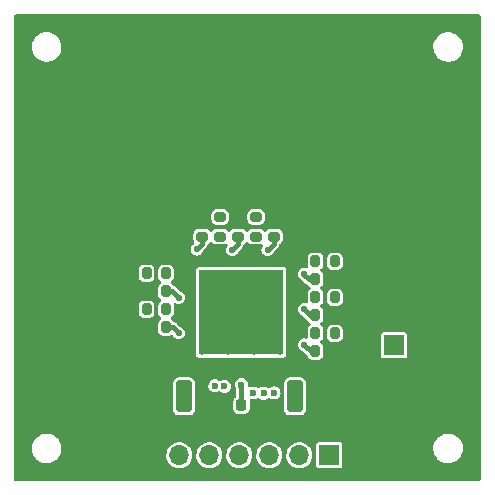
<source format=gbr>
%TF.GenerationSoftware,KiCad,Pcbnew,(6.0.1)*%
%TF.CreationDate,2023-02-14T20:32:36-07:00*%
%TF.ProjectId,SPARC,53504152-432e-46b6-9963-61645f706362,01*%
%TF.SameCoordinates,Original*%
%TF.FileFunction,Copper,L4,Bot*%
%TF.FilePolarity,Positive*%
%FSLAX46Y46*%
G04 Gerber Fmt 4.6, Leading zero omitted, Abs format (unit mm)*
G04 Created by KiCad (PCBNEW (6.0.1)) date 2023-02-14 20:32:36*
%MOMM*%
%LPD*%
G01*
G04 APERTURE LIST*
G04 Aperture macros list*
%AMRoundRect*
0 Rectangle with rounded corners*
0 $1 Rounding radius*
0 $2 $3 $4 $5 $6 $7 $8 $9 X,Y pos of 4 corners*
0 Add a 4 corners polygon primitive as box body*
4,1,4,$2,$3,$4,$5,$6,$7,$8,$9,$2,$3,0*
0 Add four circle primitives for the rounded corners*
1,1,$1+$1,$2,$3*
1,1,$1+$1,$4,$5*
1,1,$1+$1,$6,$7*
1,1,$1+$1,$8,$9*
0 Add four rect primitives between the rounded corners*
20,1,$1+$1,$2,$3,$4,$5,0*
20,1,$1+$1,$4,$5,$6,$7,0*
20,1,$1+$1,$6,$7,$8,$9,0*
20,1,$1+$1,$8,$9,$2,$3,0*%
G04 Aperture macros list end*
%TA.AperFunction,ComponentPad*%
%ADD10C,0.970000*%
%TD*%
%TA.AperFunction,SMDPad,CuDef*%
%ADD11R,2.420000X5.080000*%
%TD*%
%TA.AperFunction,SMDPad,CuDef*%
%ADD12R,0.460000X0.950000*%
%TD*%
%TA.AperFunction,ComponentPad*%
%ADD13C,0.500000*%
%TD*%
%TA.AperFunction,SMDPad,CuDef*%
%ADD14R,7.150000X7.150000*%
%TD*%
%TA.AperFunction,ComponentPad*%
%ADD15R,1.700000X1.700000*%
%TD*%
%TA.AperFunction,ComponentPad*%
%ADD16O,1.700000X1.700000*%
%TD*%
%TA.AperFunction,SMDPad,CuDef*%
%ADD17RoundRect,0.250000X-0.412500X-1.100000X0.412500X-1.100000X0.412500X1.100000X-0.412500X1.100000X0*%
%TD*%
%TA.AperFunction,SMDPad,CuDef*%
%ADD18RoundRect,0.250000X0.412500X1.100000X-0.412500X1.100000X-0.412500X-1.100000X0.412500X-1.100000X0*%
%TD*%
%TA.AperFunction,SMDPad,CuDef*%
%ADD19RoundRect,0.200000X0.200000X0.275000X-0.200000X0.275000X-0.200000X-0.275000X0.200000X-0.275000X0*%
%TD*%
%TA.AperFunction,SMDPad,CuDef*%
%ADD20RoundRect,0.200000X0.275000X-0.200000X0.275000X0.200000X-0.275000X0.200000X-0.275000X-0.200000X0*%
%TD*%
%TA.AperFunction,SMDPad,CuDef*%
%ADD21RoundRect,0.225000X0.225000X0.250000X-0.225000X0.250000X-0.225000X-0.250000X0.225000X-0.250000X0*%
%TD*%
%TA.AperFunction,SMDPad,CuDef*%
%ADD22RoundRect,0.200000X-0.275000X0.200000X-0.275000X-0.200000X0.275000X-0.200000X0.275000X0.200000X0*%
%TD*%
%TA.AperFunction,SMDPad,CuDef*%
%ADD23RoundRect,0.200000X-0.200000X-0.275000X0.200000X-0.275000X0.200000X0.275000X-0.200000X0.275000X0*%
%TD*%
%TA.AperFunction,ViaPad*%
%ADD24C,0.550000*%
%TD*%
%TA.AperFunction,ViaPad*%
%ADD25C,0.600000*%
%TD*%
%TA.AperFunction,ViaPad*%
%ADD26C,0.800000*%
%TD*%
%TA.AperFunction,Conductor*%
%ADD27C,0.400000*%
%TD*%
%TA.AperFunction,Conductor*%
%ADD28C,0.250000*%
%TD*%
G04 APERTURE END LIST*
D10*
%TO.P,J2,2,Ext*%
%TO.N,GND*%
X106520000Y-50810000D03*
D11*
X106520000Y-47370000D03*
D12*
X115280000Y-50360000D03*
X106520000Y-50360000D03*
D10*
X115280000Y-50810000D03*
D11*
X115280000Y-47370000D03*
%TD*%
D12*
%TO.P,J1,2,Ext*%
%TO.N,GND*%
X91400000Y-50360000D03*
D11*
X100160000Y-47370000D03*
D12*
X100160000Y-50360000D03*
D10*
X91400000Y-50810000D03*
X100160000Y-50810000D03*
D11*
X91400000Y-47370000D03*
%TD*%
D13*
%TO.P,U1,65,VSUB(VNN)*%
%TO.N,/VNN*%
X106195000Y-68995667D03*
X106195000Y-73429000D03*
X99545000Y-71212333D03*
X101761667Y-71212333D03*
D14*
X102870000Y-70104000D03*
D13*
X103978333Y-68995667D03*
X103978333Y-73429000D03*
X101761667Y-73429000D03*
X106195000Y-71212333D03*
X101761667Y-66779000D03*
X103978333Y-66779000D03*
X99545000Y-73429000D03*
X103978333Y-71212333D03*
X106195000Y-66779000D03*
X99545000Y-66779000D03*
X101761667Y-68995667D03*
X99545000Y-68995667D03*
%TD*%
D15*
%TO.P,J4,1,Pin_1*%
%TO.N,/VB7*%
X115824000Y-72898000D03*
D16*
%TO.P,J4,2,Pin_2*%
%TO.N,GND*%
X115824000Y-75438000D03*
%TO.P,J4,3,Pin_3*%
X115824000Y-77978000D03*
%TD*%
D15*
%TO.P,J3,1,Pin_1*%
%TO.N,/DOUT*%
X110340000Y-82208769D03*
D16*
%TO.P,J3,2,Pin_2*%
%TO.N,/CLK*%
X107800000Y-82208769D03*
%TO.P,J3,3,Pin_3*%
%TO.N,/DIN*%
X105260000Y-82208769D03*
%TO.P,J3,4,Pin_4*%
%TO.N,/CLR*%
X102720000Y-82208769D03*
%TO.P,J3,5,Pin_5*%
%TO.N,/~{LE}*%
X100180000Y-82208769D03*
%TO.P,J3,6,Pin_6*%
%TO.N,/VDD*%
X97640000Y-82208769D03*
%TD*%
D17*
%TO.P,C9,1*%
%TO.N,GND*%
X94919000Y-77216000D03*
%TO.P,C9,2*%
%TO.N,/VNN*%
X98044000Y-77216000D03*
%TD*%
D18*
%TO.P,C7,1*%
%TO.N,GND*%
X110562500Y-77216000D03*
%TO.P,C7,2*%
%TO.N,/VPP*%
X107437500Y-77216000D03*
%TD*%
D19*
%TO.P,R31,1*%
%TO.N,GND*%
X110807000Y-73406000D03*
%TO.P,R31,2*%
%TO.N,Net-(R31-Pad2)*%
X109157000Y-73406000D03*
%TD*%
D20*
%TO.P,R14,1*%
%TO.N,/VB3*%
X101092000Y-63694000D03*
%TO.P,R14,2*%
%TO.N,/VB2*%
X101092000Y-62044000D03*
%TD*%
D19*
%TO.P,R13,1*%
%TO.N,/VB2*%
X96520000Y-66802000D03*
%TO.P,R13,2*%
%TO.N,/VB1*%
X94870000Y-66802000D03*
%TD*%
D21*
%TO.P,C8,1*%
%TO.N,/VDD*%
X102883000Y-77978000D03*
%TO.P,C8,2*%
%TO.N,GND*%
X101333000Y-77978000D03*
%TD*%
D22*
%TO.P,R23,1*%
%TO.N,GND*%
X102616000Y-62044000D03*
%TO.P,R23,2*%
%TO.N,Net-(R23-Pad2)*%
X102616000Y-63694000D03*
%TD*%
D19*
%TO.P,R29,1*%
%TO.N,GND*%
X110807000Y-70358000D03*
%TO.P,R29,2*%
%TO.N,Net-(R29-Pad2)*%
X109157000Y-70358000D03*
%TD*%
D22*
%TO.P,R21,1*%
%TO.N,GND*%
X99568000Y-62044000D03*
%TO.P,R21,2*%
%TO.N,Net-(R21-Pad2)*%
X99568000Y-63694000D03*
%TD*%
D23*
%TO.P,R2,1*%
%TO.N,GND*%
X94870000Y-71374000D03*
%TO.P,R2,2*%
%TO.N,Net-(R2-Pad2)*%
X96520000Y-71374000D03*
%TD*%
%TO.P,R11,1*%
%TO.N,GND*%
X94870000Y-68326000D03*
%TO.P,R11,2*%
%TO.N,Net-(R11-Pad2)*%
X96520000Y-68326000D03*
%TD*%
%TO.P,R16,1*%
%TO.N,/VB5*%
X109157000Y-65786000D03*
%TO.P,R16,2*%
%TO.N,/VB4*%
X110807000Y-65786000D03*
%TD*%
D22*
%TO.P,R25,1*%
%TO.N,GND*%
X105664000Y-62044000D03*
%TO.P,R25,2*%
%TO.N,Net-(R25-Pad2)*%
X105664000Y-63694000D03*
%TD*%
D23*
%TO.P,R17,1*%
%TO.N,/VB6*%
X109157000Y-68834000D03*
%TO.P,R17,2*%
%TO.N,/VB5*%
X110807000Y-68834000D03*
%TD*%
D20*
%TO.P,R15,1*%
%TO.N,/VB4*%
X104140000Y-63694000D03*
%TO.P,R15,2*%
%TO.N,/VB3*%
X104140000Y-62044000D03*
%TD*%
D19*
%TO.P,R12,1*%
%TO.N,/VB1*%
X96520000Y-69850000D03*
%TO.P,R12,2*%
%TO.N,/VB0*%
X94870000Y-69850000D03*
%TD*%
%TO.P,R27,1*%
%TO.N,GND*%
X110807000Y-67310000D03*
%TO.P,R27,2*%
%TO.N,Net-(R27-Pad2)*%
X109157000Y-67310000D03*
%TD*%
D23*
%TO.P,R18,1*%
%TO.N,/VB7*%
X109157000Y-71882000D03*
%TO.P,R18,2*%
%TO.N,/VB6*%
X110807000Y-71882000D03*
%TD*%
D24*
%TO.N,/VB7*%
X109157000Y-71882000D03*
%TO.N,Net-(R2-Pad2)*%
X97572000Y-71854000D03*
%TO.N,/VB0*%
X94870000Y-69850000D03*
D25*
%TO.N,GND*%
X86794000Y-67950769D03*
X119560000Y-67950769D03*
X86794000Y-63378769D03*
X119560000Y-58552769D03*
X102250000Y-75678769D03*
X119560000Y-63124769D03*
X86794000Y-58806769D03*
D24*
X94875000Y-72900000D03*
%TO.N,/VB1*%
X94870000Y-66802000D03*
X96520000Y-69850000D03*
%TO.N,/VB2*%
X101092000Y-62044000D03*
X96520000Y-66802000D03*
%TO.N,/VB3*%
X104140000Y-62044000D03*
X101092000Y-63694000D03*
%TO.N,/VB4*%
X104140000Y-63694000D03*
X110807000Y-65786000D03*
%TO.N,/VB5*%
X110807000Y-68834000D03*
X109157000Y-65786000D03*
%TO.N,/VB6*%
X110807000Y-71882000D03*
X109157000Y-68834000D03*
%TO.N,Net-(R23-Pad2)*%
X102120000Y-64830000D03*
%TO.N,Net-(R25-Pad2)*%
X105120000Y-64830000D03*
%TO.N,Net-(R27-Pad2)*%
X108200000Y-66854000D03*
%TO.N,Net-(R29-Pad2)*%
X108200000Y-69854000D03*
%TO.N,Net-(R31-Pad2)*%
X108200000Y-72854000D03*
D26*
%TO.N,/VPP*%
X107400000Y-77200000D03*
%TO.N,/VNN*%
X98044000Y-77216000D03*
D25*
%TO.N,/VDD*%
X102900000Y-76228769D03*
%TO.N,/CLR*%
X100650000Y-76328769D03*
%TO.N,/DIN*%
X103900000Y-76928769D03*
%TO.N,/CLK*%
X104775000Y-76948769D03*
%TO.N,/DOUT*%
X105650000Y-76928769D03*
D24*
%TO.N,Net-(R11-Pad2)*%
X97572000Y-68854000D03*
%TO.N,Net-(R21-Pad2)*%
X99120000Y-64770000D03*
D25*
%TO.N,/~{LE}*%
X101450000Y-76378769D03*
%TD*%
D27*
%TO.N,Net-(R2-Pad2)*%
X97092000Y-71374000D02*
X97572000Y-71854000D01*
X96837000Y-71374000D02*
X97092000Y-71374000D01*
%TO.N,Net-(R23-Pad2)*%
X102616000Y-63694000D02*
X102616000Y-64334000D01*
X102616000Y-64334000D02*
X102120000Y-64830000D01*
%TO.N,Net-(R25-Pad2)*%
X105664000Y-63694000D02*
X105664000Y-64286000D01*
X105664000Y-64286000D02*
X105120000Y-64830000D01*
%TO.N,Net-(R27-Pad2)*%
X109157000Y-67310000D02*
X108608000Y-67310000D01*
X108608000Y-67310000D02*
X108152000Y-66854000D01*
%TO.N,Net-(R29-Pad2)*%
X109157000Y-70358000D02*
X108704000Y-70358000D01*
X108704000Y-70358000D02*
X108200000Y-69854000D01*
%TO.N,Net-(R31-Pad2)*%
X109157000Y-73406000D02*
X108752000Y-73406000D01*
X108752000Y-73406000D02*
X108200000Y-72854000D01*
D28*
%TO.N,/VDD*%
X102883000Y-76245769D02*
X102900000Y-76228769D01*
D27*
X102883000Y-77978000D02*
X102883000Y-76245769D01*
%TO.N,Net-(R11-Pad2)*%
X96520000Y-68326000D02*
X97044000Y-68326000D01*
X97044000Y-68326000D02*
X97572000Y-68854000D01*
%TO.N,Net-(R21-Pad2)*%
X99568000Y-64322000D02*
X99120000Y-64770000D01*
X99568000Y-63694000D02*
X99568000Y-64322000D01*
%TD*%
%TA.AperFunction,Conductor*%
%TO.N,GND*%
G36*
X123088121Y-44902771D02*
G01*
X123134614Y-44956427D01*
X123146000Y-45008769D01*
X123146000Y-84248769D01*
X123125998Y-84316890D01*
X123072342Y-84363383D01*
X123020000Y-84374769D01*
X83780000Y-84374769D01*
X83711879Y-84354767D01*
X83665386Y-84301111D01*
X83654000Y-84248769D01*
X83654000Y-81668333D01*
X85141051Y-81668333D01*
X85167954Y-81890649D01*
X85233800Y-82104686D01*
X85236370Y-82109666D01*
X85236372Y-82109670D01*
X85285614Y-82205074D01*
X85336509Y-82303681D01*
X85472833Y-82481342D01*
X85476979Y-82485115D01*
X85476984Y-82485120D01*
X85574050Y-82573443D01*
X85638464Y-82632055D01*
X85828167Y-82751055D01*
X85833376Y-82753149D01*
X85833378Y-82753150D01*
X85870570Y-82768101D01*
X86035944Y-82834581D01*
X86041436Y-82835718D01*
X86041438Y-82835719D01*
X86069291Y-82841487D01*
X86255228Y-82879993D01*
X86259839Y-82880259D01*
X86259840Y-82880259D01*
X86310225Y-82883164D01*
X86310229Y-82883164D01*
X86312048Y-82883269D01*
X86456819Y-82883269D01*
X86459606Y-82883020D01*
X86459612Y-82883020D01*
X86528962Y-82876830D01*
X86623051Y-82868433D01*
X86839051Y-82809342D01*
X86844109Y-82806930D01*
X86844113Y-82806928D01*
X87036107Y-82715352D01*
X87036109Y-82715351D01*
X87041174Y-82712935D01*
X87149578Y-82635039D01*
X87218470Y-82585535D01*
X87218472Y-82585533D01*
X87223030Y-82582258D01*
X87325138Y-82476891D01*
X87374969Y-82425470D01*
X87374971Y-82425467D01*
X87378871Y-82421443D01*
X87458003Y-82303681D01*
X87500641Y-82240229D01*
X87500643Y-82240226D01*
X87503770Y-82235572D01*
X87528282Y-82179733D01*
X96531148Y-82179733D01*
X96544424Y-82382291D01*
X96545845Y-82387887D01*
X96545846Y-82387892D01*
X96592971Y-82573443D01*
X96594392Y-82579038D01*
X96596809Y-82584281D01*
X96672316Y-82748069D01*
X96679377Y-82763385D01*
X96682710Y-82768101D01*
X96761125Y-82879056D01*
X96796533Y-82929158D01*
X96941938Y-83070804D01*
X97110720Y-83183581D01*
X97116023Y-83185859D01*
X97116026Y-83185861D01*
X97247283Y-83242253D01*
X97297228Y-83263711D01*
X97370244Y-83280233D01*
X97489579Y-83307236D01*
X97489584Y-83307237D01*
X97495216Y-83308511D01*
X97500987Y-83308738D01*
X97500989Y-83308738D01*
X97560756Y-83311086D01*
X97698053Y-83316481D01*
X97805348Y-83300924D01*
X97893231Y-83288182D01*
X97893236Y-83288181D01*
X97898945Y-83287353D01*
X97904409Y-83285498D01*
X97904414Y-83285497D01*
X98085693Y-83223961D01*
X98085698Y-83223959D01*
X98091165Y-83222103D01*
X98268276Y-83122916D01*
X98307969Y-83089904D01*
X98419913Y-82996800D01*
X98424345Y-82993114D01*
X98518206Y-82880259D01*
X98550453Y-82841487D01*
X98550455Y-82841484D01*
X98554147Y-82837045D01*
X98653334Y-82659934D01*
X98655190Y-82654467D01*
X98655192Y-82654462D01*
X98716728Y-82473183D01*
X98716729Y-82473178D01*
X98718584Y-82467714D01*
X98719412Y-82462005D01*
X98719413Y-82462000D01*
X98747179Y-82270496D01*
X98747712Y-82266822D01*
X98749232Y-82208769D01*
X98746564Y-82179733D01*
X99071148Y-82179733D01*
X99084424Y-82382291D01*
X99085845Y-82387887D01*
X99085846Y-82387892D01*
X99132971Y-82573443D01*
X99134392Y-82579038D01*
X99136809Y-82584281D01*
X99212316Y-82748069D01*
X99219377Y-82763385D01*
X99222710Y-82768101D01*
X99301125Y-82879056D01*
X99336533Y-82929158D01*
X99481938Y-83070804D01*
X99650720Y-83183581D01*
X99656023Y-83185859D01*
X99656026Y-83185861D01*
X99787283Y-83242253D01*
X99837228Y-83263711D01*
X99910244Y-83280233D01*
X100029579Y-83307236D01*
X100029584Y-83307237D01*
X100035216Y-83308511D01*
X100040987Y-83308738D01*
X100040989Y-83308738D01*
X100100756Y-83311086D01*
X100238053Y-83316481D01*
X100345348Y-83300924D01*
X100433231Y-83288182D01*
X100433236Y-83288181D01*
X100438945Y-83287353D01*
X100444409Y-83285498D01*
X100444414Y-83285497D01*
X100625693Y-83223961D01*
X100625698Y-83223959D01*
X100631165Y-83222103D01*
X100808276Y-83122916D01*
X100847969Y-83089904D01*
X100959913Y-82996800D01*
X100964345Y-82993114D01*
X101058206Y-82880259D01*
X101090453Y-82841487D01*
X101090455Y-82841484D01*
X101094147Y-82837045D01*
X101193334Y-82659934D01*
X101195190Y-82654467D01*
X101195192Y-82654462D01*
X101256728Y-82473183D01*
X101256729Y-82473178D01*
X101258584Y-82467714D01*
X101259412Y-82462005D01*
X101259413Y-82462000D01*
X101287179Y-82270496D01*
X101287712Y-82266822D01*
X101289232Y-82208769D01*
X101286564Y-82179733D01*
X101611148Y-82179733D01*
X101624424Y-82382291D01*
X101625845Y-82387887D01*
X101625846Y-82387892D01*
X101672971Y-82573443D01*
X101674392Y-82579038D01*
X101676809Y-82584281D01*
X101752316Y-82748069D01*
X101759377Y-82763385D01*
X101762710Y-82768101D01*
X101841125Y-82879056D01*
X101876533Y-82929158D01*
X102021938Y-83070804D01*
X102190720Y-83183581D01*
X102196023Y-83185859D01*
X102196026Y-83185861D01*
X102327283Y-83242253D01*
X102377228Y-83263711D01*
X102450244Y-83280233D01*
X102569579Y-83307236D01*
X102569584Y-83307237D01*
X102575216Y-83308511D01*
X102580987Y-83308738D01*
X102580989Y-83308738D01*
X102640756Y-83311086D01*
X102778053Y-83316481D01*
X102885348Y-83300924D01*
X102973231Y-83288182D01*
X102973236Y-83288181D01*
X102978945Y-83287353D01*
X102984409Y-83285498D01*
X102984414Y-83285497D01*
X103165693Y-83223961D01*
X103165698Y-83223959D01*
X103171165Y-83222103D01*
X103348276Y-83122916D01*
X103387969Y-83089904D01*
X103499913Y-82996800D01*
X103504345Y-82993114D01*
X103598206Y-82880259D01*
X103630453Y-82841487D01*
X103630455Y-82841484D01*
X103634147Y-82837045D01*
X103733334Y-82659934D01*
X103735190Y-82654467D01*
X103735192Y-82654462D01*
X103796728Y-82473183D01*
X103796729Y-82473178D01*
X103798584Y-82467714D01*
X103799412Y-82462005D01*
X103799413Y-82462000D01*
X103827179Y-82270496D01*
X103827712Y-82266822D01*
X103829232Y-82208769D01*
X103826564Y-82179733D01*
X104151148Y-82179733D01*
X104164424Y-82382291D01*
X104165845Y-82387887D01*
X104165846Y-82387892D01*
X104212971Y-82573443D01*
X104214392Y-82579038D01*
X104216809Y-82584281D01*
X104292316Y-82748069D01*
X104299377Y-82763385D01*
X104302710Y-82768101D01*
X104381125Y-82879056D01*
X104416533Y-82929158D01*
X104561938Y-83070804D01*
X104730720Y-83183581D01*
X104736023Y-83185859D01*
X104736026Y-83185861D01*
X104867283Y-83242253D01*
X104917228Y-83263711D01*
X104990244Y-83280233D01*
X105109579Y-83307236D01*
X105109584Y-83307237D01*
X105115216Y-83308511D01*
X105120987Y-83308738D01*
X105120989Y-83308738D01*
X105180756Y-83311086D01*
X105318053Y-83316481D01*
X105425348Y-83300924D01*
X105513231Y-83288182D01*
X105513236Y-83288181D01*
X105518945Y-83287353D01*
X105524409Y-83285498D01*
X105524414Y-83285497D01*
X105705693Y-83223961D01*
X105705698Y-83223959D01*
X105711165Y-83222103D01*
X105888276Y-83122916D01*
X105927969Y-83089904D01*
X106039913Y-82996800D01*
X106044345Y-82993114D01*
X106138206Y-82880259D01*
X106170453Y-82841487D01*
X106170455Y-82841484D01*
X106174147Y-82837045D01*
X106273334Y-82659934D01*
X106275190Y-82654467D01*
X106275192Y-82654462D01*
X106336728Y-82473183D01*
X106336729Y-82473178D01*
X106338584Y-82467714D01*
X106339412Y-82462005D01*
X106339413Y-82462000D01*
X106367179Y-82270496D01*
X106367712Y-82266822D01*
X106369232Y-82208769D01*
X106366564Y-82179733D01*
X106691148Y-82179733D01*
X106704424Y-82382291D01*
X106705845Y-82387887D01*
X106705846Y-82387892D01*
X106752971Y-82573443D01*
X106754392Y-82579038D01*
X106756809Y-82584281D01*
X106832316Y-82748069D01*
X106839377Y-82763385D01*
X106842710Y-82768101D01*
X106921125Y-82879056D01*
X106956533Y-82929158D01*
X107101938Y-83070804D01*
X107270720Y-83183581D01*
X107276023Y-83185859D01*
X107276026Y-83185861D01*
X107407283Y-83242253D01*
X107457228Y-83263711D01*
X107530244Y-83280233D01*
X107649579Y-83307236D01*
X107649584Y-83307237D01*
X107655216Y-83308511D01*
X107660987Y-83308738D01*
X107660989Y-83308738D01*
X107720756Y-83311086D01*
X107858053Y-83316481D01*
X107965348Y-83300924D01*
X108053231Y-83288182D01*
X108053236Y-83288181D01*
X108058945Y-83287353D01*
X108064409Y-83285498D01*
X108064414Y-83285497D01*
X108245693Y-83223961D01*
X108245698Y-83223959D01*
X108251165Y-83222103D01*
X108428276Y-83122916D01*
X108467969Y-83089904D01*
X108579913Y-82996800D01*
X108584345Y-82993114D01*
X108678206Y-82880259D01*
X108710453Y-82841487D01*
X108710455Y-82841484D01*
X108714147Y-82837045D01*
X108813334Y-82659934D01*
X108815190Y-82654467D01*
X108815192Y-82654462D01*
X108876728Y-82473183D01*
X108876729Y-82473178D01*
X108878584Y-82467714D01*
X108879412Y-82462005D01*
X108879413Y-82462000D01*
X108907179Y-82270496D01*
X108907712Y-82266822D01*
X108909232Y-82208769D01*
X108893326Y-82035663D01*
X108891187Y-82012382D01*
X108891186Y-82012379D01*
X108890658Y-82006628D01*
X108889090Y-82001068D01*
X108837125Y-81816815D01*
X108837124Y-81816813D01*
X108835557Y-81811256D01*
X108824978Y-81789802D01*
X108748331Y-81634378D01*
X108745776Y-81629197D01*
X108624320Y-81466548D01*
X108480609Y-81333702D01*
X109235500Y-81333702D01*
X109235501Y-83083835D01*
X109250266Y-83158070D01*
X109257161Y-83168389D01*
X109257162Y-83168391D01*
X109297516Y-83228784D01*
X109306516Y-83242253D01*
X109390699Y-83298503D01*
X109464933Y-83313269D01*
X110339858Y-83313269D01*
X111215066Y-83313268D01*
X111250818Y-83306157D01*
X111277126Y-83300925D01*
X111277128Y-83300924D01*
X111289301Y-83298503D01*
X111299621Y-83291608D01*
X111299622Y-83291607D01*
X111363168Y-83249146D01*
X111373484Y-83242253D01*
X111429734Y-83158070D01*
X111444500Y-83083836D01*
X111444499Y-81668333D01*
X119141051Y-81668333D01*
X119167954Y-81890649D01*
X119233800Y-82104686D01*
X119236370Y-82109666D01*
X119236372Y-82109670D01*
X119285614Y-82205074D01*
X119336509Y-82303681D01*
X119472833Y-82481342D01*
X119476979Y-82485115D01*
X119476984Y-82485120D01*
X119574050Y-82573443D01*
X119638464Y-82632055D01*
X119828167Y-82751055D01*
X119833376Y-82753149D01*
X119833378Y-82753150D01*
X119870570Y-82768101D01*
X120035944Y-82834581D01*
X120041436Y-82835718D01*
X120041438Y-82835719D01*
X120069291Y-82841487D01*
X120255228Y-82879993D01*
X120259839Y-82880259D01*
X120259840Y-82880259D01*
X120310225Y-82883164D01*
X120310229Y-82883164D01*
X120312048Y-82883269D01*
X120456819Y-82883269D01*
X120459606Y-82883020D01*
X120459612Y-82883020D01*
X120528962Y-82876830D01*
X120623051Y-82868433D01*
X120839051Y-82809342D01*
X120844109Y-82806930D01*
X120844113Y-82806928D01*
X121036107Y-82715352D01*
X121036109Y-82715351D01*
X121041174Y-82712935D01*
X121149578Y-82635039D01*
X121218470Y-82585535D01*
X121218472Y-82585533D01*
X121223030Y-82582258D01*
X121325138Y-82476891D01*
X121374969Y-82425470D01*
X121374971Y-82425467D01*
X121378871Y-82421443D01*
X121458003Y-82303681D01*
X121500641Y-82240229D01*
X121500643Y-82240226D01*
X121503770Y-82235572D01*
X121593782Y-82030521D01*
X121646059Y-81812771D01*
X121654710Y-81662726D01*
X121658626Y-81594812D01*
X121658626Y-81594809D01*
X121658949Y-81589205D01*
X121632046Y-81366889D01*
X121566200Y-81152852D01*
X121562259Y-81145215D01*
X121466063Y-80958840D01*
X121466063Y-80958839D01*
X121463491Y-80953857D01*
X121327167Y-80776196D01*
X121323021Y-80772423D01*
X121323016Y-80772418D01*
X121165689Y-80629262D01*
X121161536Y-80625483D01*
X120971833Y-80506483D01*
X120764056Y-80422957D01*
X120758564Y-80421820D01*
X120758562Y-80421819D01*
X120607754Y-80390588D01*
X120544772Y-80377545D01*
X120540161Y-80377279D01*
X120540160Y-80377279D01*
X120489775Y-80374374D01*
X120489771Y-80374374D01*
X120487952Y-80374269D01*
X120343181Y-80374269D01*
X120340394Y-80374518D01*
X120340388Y-80374518D01*
X120271038Y-80380708D01*
X120176949Y-80389105D01*
X119960949Y-80448196D01*
X119955891Y-80450608D01*
X119955887Y-80450610D01*
X119763893Y-80542186D01*
X119758826Y-80544603D01*
X119754265Y-80547880D01*
X119754264Y-80547881D01*
X119641011Y-80629262D01*
X119576970Y-80675280D01*
X119421129Y-80836095D01*
X119418001Y-80840750D01*
X119338649Y-80958840D01*
X119296230Y-81021966D01*
X119236421Y-81158213D01*
X119214745Y-81207593D01*
X119206218Y-81227017D01*
X119153941Y-81444767D01*
X119152685Y-81466548D01*
X119144429Y-81609752D01*
X119141051Y-81668333D01*
X111444499Y-81668333D01*
X111444499Y-81333703D01*
X111429734Y-81259468D01*
X111403654Y-81220436D01*
X111380377Y-81185601D01*
X111373484Y-81175285D01*
X111289301Y-81119035D01*
X111215067Y-81104269D01*
X110340142Y-81104269D01*
X109464934Y-81104270D01*
X109429182Y-81111381D01*
X109402874Y-81116613D01*
X109402872Y-81116614D01*
X109390699Y-81119035D01*
X109380379Y-81125930D01*
X109380378Y-81125931D01*
X109347548Y-81147868D01*
X109306516Y-81175285D01*
X109250266Y-81259468D01*
X109235500Y-81333702D01*
X108480609Y-81333702D01*
X108475258Y-81328756D01*
X108470375Y-81325675D01*
X108470371Y-81325672D01*
X108308464Y-81223517D01*
X108303581Y-81220436D01*
X108115039Y-81145215D01*
X108109379Y-81144089D01*
X108109375Y-81144088D01*
X107921613Y-81106740D01*
X107921610Y-81106740D01*
X107915946Y-81105613D01*
X107910171Y-81105537D01*
X107910167Y-81105537D01*
X107808793Y-81104210D01*
X107712971Y-81102956D01*
X107707274Y-81103935D01*
X107707273Y-81103935D01*
X107619397Y-81119035D01*
X107512910Y-81137333D01*
X107322463Y-81207593D01*
X107148010Y-81311381D01*
X107143670Y-81315187D01*
X107143666Y-81315190D01*
X107078362Y-81372461D01*
X106995392Y-81445224D01*
X106869720Y-81604638D01*
X106867031Y-81609749D01*
X106867029Y-81609752D01*
X106854073Y-81634378D01*
X106775203Y-81784284D01*
X106715007Y-81978147D01*
X106691148Y-82179733D01*
X106366564Y-82179733D01*
X106353326Y-82035663D01*
X106351187Y-82012382D01*
X106351186Y-82012379D01*
X106350658Y-82006628D01*
X106349090Y-82001068D01*
X106297125Y-81816815D01*
X106297124Y-81816813D01*
X106295557Y-81811256D01*
X106284978Y-81789802D01*
X106208331Y-81634378D01*
X106205776Y-81629197D01*
X106084320Y-81466548D01*
X105935258Y-81328756D01*
X105930375Y-81325675D01*
X105930371Y-81325672D01*
X105768464Y-81223517D01*
X105763581Y-81220436D01*
X105575039Y-81145215D01*
X105569379Y-81144089D01*
X105569375Y-81144088D01*
X105381613Y-81106740D01*
X105381610Y-81106740D01*
X105375946Y-81105613D01*
X105370171Y-81105537D01*
X105370167Y-81105537D01*
X105268793Y-81104210D01*
X105172971Y-81102956D01*
X105167274Y-81103935D01*
X105167273Y-81103935D01*
X105079397Y-81119035D01*
X104972910Y-81137333D01*
X104782463Y-81207593D01*
X104608010Y-81311381D01*
X104603670Y-81315187D01*
X104603666Y-81315190D01*
X104538362Y-81372461D01*
X104455392Y-81445224D01*
X104329720Y-81604638D01*
X104327031Y-81609749D01*
X104327029Y-81609752D01*
X104314073Y-81634378D01*
X104235203Y-81784284D01*
X104175007Y-81978147D01*
X104151148Y-82179733D01*
X103826564Y-82179733D01*
X103813326Y-82035663D01*
X103811187Y-82012382D01*
X103811186Y-82012379D01*
X103810658Y-82006628D01*
X103809090Y-82001068D01*
X103757125Y-81816815D01*
X103757124Y-81816813D01*
X103755557Y-81811256D01*
X103744978Y-81789802D01*
X103668331Y-81634378D01*
X103665776Y-81629197D01*
X103544320Y-81466548D01*
X103395258Y-81328756D01*
X103390375Y-81325675D01*
X103390371Y-81325672D01*
X103228464Y-81223517D01*
X103223581Y-81220436D01*
X103035039Y-81145215D01*
X103029379Y-81144089D01*
X103029375Y-81144088D01*
X102841613Y-81106740D01*
X102841610Y-81106740D01*
X102835946Y-81105613D01*
X102830171Y-81105537D01*
X102830167Y-81105537D01*
X102728793Y-81104210D01*
X102632971Y-81102956D01*
X102627274Y-81103935D01*
X102627273Y-81103935D01*
X102539397Y-81119035D01*
X102432910Y-81137333D01*
X102242463Y-81207593D01*
X102068010Y-81311381D01*
X102063670Y-81315187D01*
X102063666Y-81315190D01*
X101998362Y-81372461D01*
X101915392Y-81445224D01*
X101789720Y-81604638D01*
X101787031Y-81609749D01*
X101787029Y-81609752D01*
X101774073Y-81634378D01*
X101695203Y-81784284D01*
X101635007Y-81978147D01*
X101611148Y-82179733D01*
X101286564Y-82179733D01*
X101273326Y-82035663D01*
X101271187Y-82012382D01*
X101271186Y-82012379D01*
X101270658Y-82006628D01*
X101269090Y-82001068D01*
X101217125Y-81816815D01*
X101217124Y-81816813D01*
X101215557Y-81811256D01*
X101204978Y-81789802D01*
X101128331Y-81634378D01*
X101125776Y-81629197D01*
X101004320Y-81466548D01*
X100855258Y-81328756D01*
X100850375Y-81325675D01*
X100850371Y-81325672D01*
X100688464Y-81223517D01*
X100683581Y-81220436D01*
X100495039Y-81145215D01*
X100489379Y-81144089D01*
X100489375Y-81144088D01*
X100301613Y-81106740D01*
X100301610Y-81106740D01*
X100295946Y-81105613D01*
X100290171Y-81105537D01*
X100290167Y-81105537D01*
X100188793Y-81104210D01*
X100092971Y-81102956D01*
X100087274Y-81103935D01*
X100087273Y-81103935D01*
X99999397Y-81119035D01*
X99892910Y-81137333D01*
X99702463Y-81207593D01*
X99528010Y-81311381D01*
X99523670Y-81315187D01*
X99523666Y-81315190D01*
X99458362Y-81372461D01*
X99375392Y-81445224D01*
X99249720Y-81604638D01*
X99247031Y-81609749D01*
X99247029Y-81609752D01*
X99234073Y-81634378D01*
X99155203Y-81784284D01*
X99095007Y-81978147D01*
X99071148Y-82179733D01*
X98746564Y-82179733D01*
X98733326Y-82035663D01*
X98731187Y-82012382D01*
X98731186Y-82012379D01*
X98730658Y-82006628D01*
X98729090Y-82001068D01*
X98677125Y-81816815D01*
X98677124Y-81816813D01*
X98675557Y-81811256D01*
X98664978Y-81789802D01*
X98588331Y-81634378D01*
X98585776Y-81629197D01*
X98464320Y-81466548D01*
X98315258Y-81328756D01*
X98310375Y-81325675D01*
X98310371Y-81325672D01*
X98148464Y-81223517D01*
X98143581Y-81220436D01*
X97955039Y-81145215D01*
X97949379Y-81144089D01*
X97949375Y-81144088D01*
X97761613Y-81106740D01*
X97761610Y-81106740D01*
X97755946Y-81105613D01*
X97750171Y-81105537D01*
X97750167Y-81105537D01*
X97648793Y-81104210D01*
X97552971Y-81102956D01*
X97547274Y-81103935D01*
X97547273Y-81103935D01*
X97459397Y-81119035D01*
X97352910Y-81137333D01*
X97162463Y-81207593D01*
X96988010Y-81311381D01*
X96983670Y-81315187D01*
X96983666Y-81315190D01*
X96918362Y-81372461D01*
X96835392Y-81445224D01*
X96709720Y-81604638D01*
X96707031Y-81609749D01*
X96707029Y-81609752D01*
X96694073Y-81634378D01*
X96615203Y-81784284D01*
X96555007Y-81978147D01*
X96531148Y-82179733D01*
X87528282Y-82179733D01*
X87593782Y-82030521D01*
X87646059Y-81812771D01*
X87654710Y-81662726D01*
X87658626Y-81594812D01*
X87658626Y-81594809D01*
X87658949Y-81589205D01*
X87632046Y-81366889D01*
X87566200Y-81152852D01*
X87562259Y-81145215D01*
X87466063Y-80958840D01*
X87466063Y-80958839D01*
X87463491Y-80953857D01*
X87327167Y-80776196D01*
X87323021Y-80772423D01*
X87323016Y-80772418D01*
X87165689Y-80629262D01*
X87161536Y-80625483D01*
X86971833Y-80506483D01*
X86764056Y-80422957D01*
X86758564Y-80421820D01*
X86758562Y-80421819D01*
X86607754Y-80390588D01*
X86544772Y-80377545D01*
X86540161Y-80377279D01*
X86540160Y-80377279D01*
X86489775Y-80374374D01*
X86489771Y-80374374D01*
X86487952Y-80374269D01*
X86343181Y-80374269D01*
X86340394Y-80374518D01*
X86340388Y-80374518D01*
X86271038Y-80380708D01*
X86176949Y-80389105D01*
X85960949Y-80448196D01*
X85955891Y-80450608D01*
X85955887Y-80450610D01*
X85763893Y-80542186D01*
X85758826Y-80544603D01*
X85754265Y-80547880D01*
X85754264Y-80547881D01*
X85641011Y-80629262D01*
X85576970Y-80675280D01*
X85421129Y-80836095D01*
X85418001Y-80840750D01*
X85338649Y-80958840D01*
X85296230Y-81021966D01*
X85236421Y-81158213D01*
X85214745Y-81207593D01*
X85206218Y-81227017D01*
X85153941Y-81444767D01*
X85152685Y-81466548D01*
X85144429Y-81609752D01*
X85141051Y-81668333D01*
X83654000Y-81668333D01*
X83654000Y-78363756D01*
X97127000Y-78363756D01*
X97133702Y-78425448D01*
X97184429Y-78560764D01*
X97189809Y-78567943D01*
X97189811Y-78567946D01*
X97249460Y-78647535D01*
X97271096Y-78676404D01*
X97278276Y-78681785D01*
X97379554Y-78757689D01*
X97379557Y-78757691D01*
X97386736Y-78763071D01*
X97476454Y-78796704D01*
X97514657Y-78811026D01*
X97514659Y-78811026D01*
X97522052Y-78813798D01*
X97529902Y-78814651D01*
X97529903Y-78814651D01*
X97580347Y-78820131D01*
X97583744Y-78820500D01*
X98504256Y-78820500D01*
X98507653Y-78820131D01*
X98558097Y-78814651D01*
X98558098Y-78814651D01*
X98565948Y-78813798D01*
X98573341Y-78811026D01*
X98573343Y-78811026D01*
X98611546Y-78796704D01*
X98701264Y-78763071D01*
X98708443Y-78757691D01*
X98708446Y-78757689D01*
X98809724Y-78681785D01*
X98816904Y-78676404D01*
X98838540Y-78647535D01*
X98898189Y-78567946D01*
X98898191Y-78567943D01*
X98903571Y-78560764D01*
X98954298Y-78425448D01*
X98961000Y-78363756D01*
X98961000Y-77682611D01*
X102178500Y-77682611D01*
X102178501Y-78273388D01*
X102184870Y-78332024D01*
X102233083Y-78460635D01*
X102238463Y-78467814D01*
X102238465Y-78467817D01*
X102301828Y-78552360D01*
X102315456Y-78570544D01*
X102322633Y-78575923D01*
X102418183Y-78647535D01*
X102418186Y-78647537D01*
X102425365Y-78652917D01*
X102433769Y-78656067D01*
X102433770Y-78656068D01*
X102546581Y-78698358D01*
X102546582Y-78698358D01*
X102553976Y-78701130D01*
X102561826Y-78701983D01*
X102561827Y-78701983D01*
X102609205Y-78707130D01*
X102612611Y-78707500D01*
X102882920Y-78707500D01*
X103153388Y-78707499D01*
X103156782Y-78707130D01*
X103156788Y-78707130D01*
X103204166Y-78701984D01*
X103204170Y-78701983D01*
X103212024Y-78701130D01*
X103340635Y-78652917D01*
X103347814Y-78647537D01*
X103347817Y-78647535D01*
X103443367Y-78575923D01*
X103450544Y-78570544D01*
X103464172Y-78552360D01*
X103527535Y-78467817D01*
X103527537Y-78467814D01*
X103532917Y-78460635D01*
X103567961Y-78367153D01*
X103569234Y-78363756D01*
X106520500Y-78363756D01*
X106527202Y-78425448D01*
X106577929Y-78560764D01*
X106583309Y-78567943D01*
X106583311Y-78567946D01*
X106642960Y-78647535D01*
X106664596Y-78676404D01*
X106671776Y-78681785D01*
X106773054Y-78757689D01*
X106773057Y-78757691D01*
X106780236Y-78763071D01*
X106869954Y-78796704D01*
X106908157Y-78811026D01*
X106908159Y-78811026D01*
X106915552Y-78813798D01*
X106923402Y-78814651D01*
X106923403Y-78814651D01*
X106973847Y-78820131D01*
X106977244Y-78820500D01*
X107897756Y-78820500D01*
X107901153Y-78820131D01*
X107951597Y-78814651D01*
X107951598Y-78814651D01*
X107959448Y-78813798D01*
X107966841Y-78811026D01*
X107966843Y-78811026D01*
X108005046Y-78796704D01*
X108094764Y-78763071D01*
X108101943Y-78757691D01*
X108101946Y-78757689D01*
X108203224Y-78681785D01*
X108210404Y-78676404D01*
X108232040Y-78647535D01*
X108291689Y-78567946D01*
X108291691Y-78567943D01*
X108297071Y-78560764D01*
X108347798Y-78425448D01*
X108354500Y-78363756D01*
X108354500Y-76068244D01*
X108347798Y-76006552D01*
X108339080Y-75983295D01*
X108323815Y-75942576D01*
X108297071Y-75871236D01*
X108291691Y-75864057D01*
X108291689Y-75864054D01*
X108215785Y-75762776D01*
X108210404Y-75755596D01*
X108125149Y-75691701D01*
X108101946Y-75674311D01*
X108101943Y-75674309D01*
X108094764Y-75668929D01*
X108005046Y-75635296D01*
X107966843Y-75620974D01*
X107966841Y-75620974D01*
X107959448Y-75618202D01*
X107951598Y-75617349D01*
X107951597Y-75617349D01*
X107901153Y-75611869D01*
X107901152Y-75611869D01*
X107897756Y-75611500D01*
X106977244Y-75611500D01*
X106973848Y-75611869D01*
X106973847Y-75611869D01*
X106923403Y-75617349D01*
X106923402Y-75617349D01*
X106915552Y-75618202D01*
X106908159Y-75620974D01*
X106908157Y-75620974D01*
X106869954Y-75635296D01*
X106780236Y-75668929D01*
X106773057Y-75674309D01*
X106773054Y-75674311D01*
X106749851Y-75691701D01*
X106664596Y-75755596D01*
X106659215Y-75762776D01*
X106583311Y-75864054D01*
X106583309Y-75864057D01*
X106577929Y-75871236D01*
X106551185Y-75942576D01*
X106535921Y-75983295D01*
X106527202Y-76006552D01*
X106520500Y-76068244D01*
X106520500Y-78363756D01*
X103569234Y-78363756D01*
X103578358Y-78339419D01*
X103578358Y-78339418D01*
X103581130Y-78332024D01*
X103587500Y-78273389D01*
X103587499Y-77682612D01*
X103581130Y-77623976D01*
X103578357Y-77616580D01*
X103577157Y-77611531D01*
X103580860Y-77540631D01*
X103622307Y-77482988D01*
X103688338Y-77456904D01*
X103739377Y-77464672D01*
X103739638Y-77463699D01*
X103747617Y-77465837D01*
X103755246Y-77468997D01*
X103900000Y-77488054D01*
X103908188Y-77486976D01*
X103938481Y-77482988D01*
X104044754Y-77468997D01*
X104055196Y-77464672D01*
X104073949Y-77456904D01*
X104179643Y-77413124D01*
X104247765Y-77360852D01*
X104313984Y-77335252D01*
X104383533Y-77349517D01*
X104401172Y-77360853D01*
X104495357Y-77433124D01*
X104630246Y-77488997D01*
X104775000Y-77508054D01*
X104783188Y-77506976D01*
X104807541Y-77503770D01*
X104919754Y-77488997D01*
X105054643Y-77433124D01*
X105148827Y-77360853D01*
X105215048Y-77335252D01*
X105284597Y-77349517D01*
X105302232Y-77360850D01*
X105370357Y-77413124D01*
X105476051Y-77456904D01*
X105494805Y-77464672D01*
X105505246Y-77468997D01*
X105650000Y-77488054D01*
X105658188Y-77486976D01*
X105688481Y-77482988D01*
X105794754Y-77468997D01*
X105805196Y-77464672D01*
X105823949Y-77456904D01*
X105929643Y-77413124D01*
X105936196Y-77408096D01*
X106038921Y-77329272D01*
X106038924Y-77329269D01*
X106045474Y-77324243D01*
X106079827Y-77279474D01*
X106129328Y-77214962D01*
X106134355Y-77208411D01*
X106190228Y-77073523D01*
X106209285Y-76928769D01*
X106194060Y-76813124D01*
X106191306Y-76792201D01*
X106191305Y-76792199D01*
X106190228Y-76784015D01*
X106170422Y-76736199D01*
X106137515Y-76656755D01*
X106137514Y-76656753D01*
X106134355Y-76649127D01*
X106045474Y-76533295D01*
X106038924Y-76528269D01*
X106038921Y-76528266D01*
X105936196Y-76449442D01*
X105936194Y-76449441D01*
X105929643Y-76444414D01*
X105794754Y-76388541D01*
X105650000Y-76369484D01*
X105626255Y-76372610D01*
X105513432Y-76387463D01*
X105513430Y-76387464D01*
X105505246Y-76388541D01*
X105459565Y-76407463D01*
X105377986Y-76441254D01*
X105377984Y-76441255D01*
X105370358Y-76444414D01*
X105322484Y-76481149D01*
X105276171Y-76516686D01*
X105209950Y-76542286D01*
X105140402Y-76528021D01*
X105122770Y-76516690D01*
X105054643Y-76464414D01*
X104919754Y-76408541D01*
X104775000Y-76389484D01*
X104766812Y-76390562D01*
X104638432Y-76407463D01*
X104638430Y-76407464D01*
X104630246Y-76408541D01*
X104603277Y-76419712D01*
X104502986Y-76461254D01*
X104502984Y-76461255D01*
X104495358Y-76464414D01*
X104488805Y-76469442D01*
X104488802Y-76469444D01*
X104427236Y-76516685D01*
X104361016Y-76542286D01*
X104291467Y-76528021D01*
X104273828Y-76516685D01*
X104246536Y-76495744D01*
X104179643Y-76444414D01*
X104044754Y-76388541D01*
X103900000Y-76369484D01*
X103876255Y-76372610D01*
X103763432Y-76387463D01*
X103763430Y-76387464D01*
X103755246Y-76388541D01*
X103679993Y-76419712D01*
X103621594Y-76443902D01*
X103551004Y-76451491D01*
X103487517Y-76419712D01*
X103451289Y-76358654D01*
X103448453Y-76311047D01*
X103458207Y-76236957D01*
X103459285Y-76228769D01*
X103440228Y-76084015D01*
X103420422Y-76036199D01*
X103387515Y-75956755D01*
X103387514Y-75956753D01*
X103384355Y-75949127D01*
X103301924Y-75841701D01*
X103300501Y-75839846D01*
X103300500Y-75839845D01*
X103295474Y-75833295D01*
X103288924Y-75828269D01*
X103288921Y-75828266D01*
X103186196Y-75749442D01*
X103186194Y-75749441D01*
X103179643Y-75744414D01*
X103044754Y-75688541D01*
X102900000Y-75669484D01*
X102891812Y-75670562D01*
X102763432Y-75687463D01*
X102763430Y-75687464D01*
X102755246Y-75688541D01*
X102707430Y-75708347D01*
X102627986Y-75741254D01*
X102627984Y-75741255D01*
X102620358Y-75744414D01*
X102504526Y-75833295D01*
X102415645Y-75949127D01*
X102412486Y-75956753D01*
X102412485Y-75956755D01*
X102379578Y-76036199D01*
X102359772Y-76084015D01*
X102340715Y-76228769D01*
X102359772Y-76373523D01*
X102362931Y-76381149D01*
X102415645Y-76508411D01*
X102414222Y-76509001D01*
X102428500Y-76562283D01*
X102428500Y-77237706D01*
X102408498Y-77305827D01*
X102378065Y-77338532D01*
X102322636Y-77380074D01*
X102322633Y-77380077D01*
X102315456Y-77385456D01*
X102310077Y-77392633D01*
X102238465Y-77488183D01*
X102238463Y-77488186D01*
X102233083Y-77495365D01*
X102184870Y-77623976D01*
X102178500Y-77682611D01*
X98961000Y-77682611D01*
X98961000Y-76328769D01*
X100090715Y-76328769D01*
X100091793Y-76336957D01*
X100108573Y-76464414D01*
X100109772Y-76473523D01*
X100112931Y-76481149D01*
X100149517Y-76569474D01*
X100165645Y-76608411D01*
X100254526Y-76724243D01*
X100261076Y-76729269D01*
X100261079Y-76729272D01*
X100363804Y-76808096D01*
X100370357Y-76813124D01*
X100505246Y-76868997D01*
X100650000Y-76888054D01*
X100658188Y-76886976D01*
X100786566Y-76870075D01*
X100794754Y-76868997D01*
X100929643Y-76813124D01*
X100936196Y-76808096D01*
X100936199Y-76808094D01*
X100940720Y-76804625D01*
X101006941Y-76779027D01*
X101076489Y-76793294D01*
X101094124Y-76804628D01*
X101170357Y-76863124D01*
X101305246Y-76918997D01*
X101450000Y-76938054D01*
X101458188Y-76936976D01*
X101458333Y-76936957D01*
X101594754Y-76918997D01*
X101729643Y-76863124D01*
X101794804Y-76813124D01*
X101838921Y-76779272D01*
X101838924Y-76779269D01*
X101845474Y-76774243D01*
X101879982Y-76729272D01*
X101929328Y-76664962D01*
X101934355Y-76658411D01*
X101952353Y-76614962D01*
X101987069Y-76531149D01*
X101990228Y-76523523D01*
X102005366Y-76408541D01*
X102007874Y-76389484D01*
X102009285Y-76378769D01*
X102003780Y-76336957D01*
X101991306Y-76242201D01*
X101991305Y-76242199D01*
X101990228Y-76234015D01*
X101934355Y-76099127D01*
X101863320Y-76006552D01*
X101850501Y-75989846D01*
X101850500Y-75989845D01*
X101845474Y-75983295D01*
X101838924Y-75978269D01*
X101838921Y-75978266D01*
X101736196Y-75899442D01*
X101736194Y-75899441D01*
X101729643Y-75894414D01*
X101594754Y-75838541D01*
X101450000Y-75819484D01*
X101441812Y-75820562D01*
X101313432Y-75837463D01*
X101313430Y-75837464D01*
X101305246Y-75838541D01*
X101278927Y-75849443D01*
X101177986Y-75891254D01*
X101177984Y-75891255D01*
X101170358Y-75894414D01*
X101163807Y-75899440D01*
X101163803Y-75899443D01*
X101159282Y-75902912D01*
X101093061Y-75928511D01*
X101023512Y-75914245D01*
X101005876Y-75902910D01*
X100975550Y-75879640D01*
X100929643Y-75844414D01*
X100794754Y-75788541D01*
X100650000Y-75769484D01*
X100641812Y-75770562D01*
X100513432Y-75787463D01*
X100513430Y-75787464D01*
X100505246Y-75788541D01*
X100457430Y-75808347D01*
X100377986Y-75841254D01*
X100377984Y-75841255D01*
X100370358Y-75844414D01*
X100254526Y-75933295D01*
X100249503Y-75939841D01*
X100230168Y-75965039D01*
X100165645Y-76049127D01*
X100162486Y-76056753D01*
X100162485Y-76056755D01*
X100144934Y-76099127D01*
X100109772Y-76184015D01*
X100090715Y-76328769D01*
X98961000Y-76328769D01*
X98961000Y-76068244D01*
X98954298Y-76006552D01*
X98945580Y-75983295D01*
X98930315Y-75942576D01*
X98903571Y-75871236D01*
X98898191Y-75864057D01*
X98898189Y-75864054D01*
X98822285Y-75762776D01*
X98816904Y-75755596D01*
X98731649Y-75691701D01*
X98708446Y-75674311D01*
X98708443Y-75674309D01*
X98701264Y-75668929D01*
X98611546Y-75635296D01*
X98573343Y-75620974D01*
X98573341Y-75620974D01*
X98565948Y-75618202D01*
X98558098Y-75617349D01*
X98558097Y-75617349D01*
X98507653Y-75611869D01*
X98507652Y-75611869D01*
X98504256Y-75611500D01*
X97583744Y-75611500D01*
X97580348Y-75611869D01*
X97580347Y-75611869D01*
X97529903Y-75617349D01*
X97529902Y-75617349D01*
X97522052Y-75618202D01*
X97514659Y-75620974D01*
X97514657Y-75620974D01*
X97476454Y-75635296D01*
X97386736Y-75668929D01*
X97379557Y-75674309D01*
X97379554Y-75674311D01*
X97356351Y-75691701D01*
X97271096Y-75755596D01*
X97265715Y-75762776D01*
X97189811Y-75864054D01*
X97189809Y-75864057D01*
X97184429Y-75871236D01*
X97157685Y-75942576D01*
X97142421Y-75983295D01*
X97133702Y-76006552D01*
X97127000Y-76068244D01*
X97127000Y-78363756D01*
X83654000Y-78363756D01*
X83654000Y-73422773D01*
X99035350Y-73422773D01*
X99036514Y-73431675D01*
X99036514Y-73431678D01*
X99039437Y-73454027D01*
X99040501Y-73470365D01*
X99040501Y-73704066D01*
X99055266Y-73778301D01*
X99111516Y-73862484D01*
X99195699Y-73918734D01*
X99269933Y-73933500D01*
X99536990Y-73933500D01*
X99539299Y-73933521D01*
X99607998Y-73934780D01*
X99611779Y-73933749D01*
X99615796Y-73933500D01*
X101753641Y-73933500D01*
X101755949Y-73933521D01*
X101815693Y-73934616D01*
X101815696Y-73934616D01*
X101824665Y-73934780D01*
X101828446Y-73933749D01*
X101832466Y-73933500D01*
X103387747Y-73933499D01*
X103970289Y-73933499D01*
X103972597Y-73933520D01*
X104041331Y-73934780D01*
X104045113Y-73933748D01*
X104049133Y-73933499D01*
X106186939Y-73933499D01*
X106189248Y-73933520D01*
X106189644Y-73933527D01*
X106249025Y-73934616D01*
X106249028Y-73934616D01*
X106257998Y-73934780D01*
X106261781Y-73933749D01*
X106265806Y-73933499D01*
X106470066Y-73933499D01*
X106505818Y-73926388D01*
X106532126Y-73921156D01*
X106532128Y-73921155D01*
X106544301Y-73918734D01*
X106554621Y-73911839D01*
X106554622Y-73911838D01*
X106618168Y-73869377D01*
X106628484Y-73862484D01*
X106684734Y-73778301D01*
X106699500Y-73704067D01*
X106699500Y-73481913D01*
X106701246Y-73461008D01*
X106704536Y-73441453D01*
X106704688Y-73429000D01*
X106700773Y-73401662D01*
X106699500Y-73383801D01*
X106699500Y-72854000D01*
X107665931Y-72854000D01*
X107684129Y-72992227D01*
X107737483Y-73121034D01*
X107822356Y-73231644D01*
X107932965Y-73316517D01*
X108024013Y-73354230D01*
X108057975Y-73368298D01*
X108098852Y-73395612D01*
X108406251Y-73703011D01*
X108416106Y-73714100D01*
X108437359Y-73741059D01*
X108445107Y-73746414D01*
X108445108Y-73746415D01*
X108481581Y-73771623D01*
X108526248Y-73826808D01*
X108528824Y-73833524D01*
X108550791Y-73896076D01*
X108631990Y-74006010D01*
X108741924Y-74087209D01*
X108870873Y-74132493D01*
X108878515Y-74133215D01*
X108878518Y-74133216D01*
X108893421Y-74134624D01*
X108902685Y-74135500D01*
X109156828Y-74135500D01*
X109411314Y-74135499D01*
X109414262Y-74135220D01*
X109414271Y-74135220D01*
X109435478Y-74133216D01*
X109435480Y-74133216D01*
X109443127Y-74132493D01*
X109572076Y-74087209D01*
X109682010Y-74006010D01*
X109763209Y-73896076D01*
X109808493Y-73767127D01*
X109811500Y-73735315D01*
X109811499Y-73076686D01*
X109808493Y-73044873D01*
X109763209Y-72915924D01*
X109682010Y-72805990D01*
X109599912Y-72745351D01*
X109557002Y-72688790D01*
X109551482Y-72618008D01*
X109585106Y-72555479D01*
X109599912Y-72542649D01*
X109674439Y-72487602D01*
X109682010Y-72482010D01*
X109763209Y-72372076D01*
X109808493Y-72243127D01*
X109809579Y-72231644D01*
X109810624Y-72220579D01*
X109811500Y-72211315D01*
X109811499Y-71552686D01*
X109811499Y-71552685D01*
X110152500Y-71552685D01*
X110152501Y-72211314D01*
X110152780Y-72214262D01*
X110152780Y-72214271D01*
X110154422Y-72231644D01*
X110155507Y-72243127D01*
X110200791Y-72372076D01*
X110281990Y-72482010D01*
X110391924Y-72563209D01*
X110520873Y-72608493D01*
X110528515Y-72609215D01*
X110528518Y-72609216D01*
X110543421Y-72610624D01*
X110552685Y-72611500D01*
X110806828Y-72611500D01*
X111061314Y-72611499D01*
X111064262Y-72611220D01*
X111064271Y-72611220D01*
X111085478Y-72609216D01*
X111085480Y-72609216D01*
X111093127Y-72608493D01*
X111222076Y-72563209D01*
X111332010Y-72482010D01*
X111413209Y-72372076D01*
X111458493Y-72243127D01*
X111459579Y-72231644D01*
X111460624Y-72220579D01*
X111461500Y-72211315D01*
X111461500Y-72022933D01*
X114719500Y-72022933D01*
X114719501Y-73773066D01*
X114734266Y-73847301D01*
X114790516Y-73931484D01*
X114874699Y-73987734D01*
X114948933Y-74002500D01*
X115823858Y-74002500D01*
X116699066Y-74002499D01*
X116734818Y-73995388D01*
X116761126Y-73990156D01*
X116761128Y-73990155D01*
X116773301Y-73987734D01*
X116783621Y-73980839D01*
X116783622Y-73980838D01*
X116847168Y-73938377D01*
X116857484Y-73931484D01*
X116913734Y-73847301D01*
X116928500Y-73773067D01*
X116928499Y-72022934D01*
X116920763Y-71984039D01*
X116916156Y-71960874D01*
X116916155Y-71960872D01*
X116913734Y-71948699D01*
X116857484Y-71864516D01*
X116773301Y-71808266D01*
X116699067Y-71793500D01*
X115824142Y-71793500D01*
X114948934Y-71793501D01*
X114913182Y-71800612D01*
X114886874Y-71805844D01*
X114886872Y-71805845D01*
X114874699Y-71808266D01*
X114864379Y-71815161D01*
X114864378Y-71815162D01*
X114818508Y-71845812D01*
X114790516Y-71864516D01*
X114734266Y-71948699D01*
X114719500Y-72022933D01*
X111461500Y-72022933D01*
X111461499Y-71552686D01*
X111458493Y-71520873D01*
X111413209Y-71391924D01*
X111332010Y-71281990D01*
X111222076Y-71200791D01*
X111093127Y-71155507D01*
X111085485Y-71154785D01*
X111085482Y-71154784D01*
X111070579Y-71153376D01*
X111061315Y-71152500D01*
X110807172Y-71152500D01*
X110552686Y-71152501D01*
X110549738Y-71152780D01*
X110549729Y-71152780D01*
X110528522Y-71154784D01*
X110528520Y-71154784D01*
X110520873Y-71155507D01*
X110391924Y-71200791D01*
X110281990Y-71281990D01*
X110200791Y-71391924D01*
X110155507Y-71520873D01*
X110152500Y-71552685D01*
X109811499Y-71552685D01*
X109808493Y-71520873D01*
X109763209Y-71391924D01*
X109682010Y-71281990D01*
X109631038Y-71244341D01*
X109599912Y-71221351D01*
X109557002Y-71164790D01*
X109551482Y-71094008D01*
X109585106Y-71031479D01*
X109599912Y-71018649D01*
X109674439Y-70963602D01*
X109682010Y-70958010D01*
X109763209Y-70848076D01*
X109808493Y-70719127D01*
X109811500Y-70687315D01*
X109811499Y-70028686D01*
X109808493Y-69996873D01*
X109763209Y-69867924D01*
X109682010Y-69757990D01*
X109599912Y-69697351D01*
X109557002Y-69640790D01*
X109551482Y-69570008D01*
X109585106Y-69507479D01*
X109599912Y-69494649D01*
X109674439Y-69439602D01*
X109682010Y-69434010D01*
X109763209Y-69324076D01*
X109808493Y-69195127D01*
X109811500Y-69163315D01*
X109811499Y-68504686D01*
X109811499Y-68504685D01*
X110152500Y-68504685D01*
X110152501Y-69163314D01*
X110152780Y-69166262D01*
X110152780Y-69166271D01*
X110153547Y-69174387D01*
X110155507Y-69195127D01*
X110200791Y-69324076D01*
X110281990Y-69434010D01*
X110391924Y-69515209D01*
X110520873Y-69560493D01*
X110528515Y-69561215D01*
X110528518Y-69561216D01*
X110543421Y-69562624D01*
X110552685Y-69563500D01*
X110806828Y-69563500D01*
X111061314Y-69563499D01*
X111064262Y-69563220D01*
X111064271Y-69563220D01*
X111085478Y-69561216D01*
X111085480Y-69561216D01*
X111093127Y-69560493D01*
X111222076Y-69515209D01*
X111332010Y-69434010D01*
X111413209Y-69324076D01*
X111458493Y-69195127D01*
X111461500Y-69163315D01*
X111461499Y-68504686D01*
X111459442Y-68482909D01*
X111459216Y-68480522D01*
X111459215Y-68480518D01*
X111458493Y-68472873D01*
X111413209Y-68343924D01*
X111332010Y-68233990D01*
X111222076Y-68152791D01*
X111093127Y-68107507D01*
X111085485Y-68106785D01*
X111085482Y-68106784D01*
X111070579Y-68105376D01*
X111061315Y-68104500D01*
X110807172Y-68104500D01*
X110552686Y-68104501D01*
X110549738Y-68104780D01*
X110549729Y-68104780D01*
X110528522Y-68106784D01*
X110528520Y-68106784D01*
X110520873Y-68107507D01*
X110391924Y-68152791D01*
X110281990Y-68233990D01*
X110200791Y-68343924D01*
X110155507Y-68472873D01*
X110152500Y-68504685D01*
X109811499Y-68504685D01*
X109809442Y-68482909D01*
X109809216Y-68480522D01*
X109809215Y-68480518D01*
X109808493Y-68472873D01*
X109763209Y-68343924D01*
X109682010Y-68233990D01*
X109599912Y-68173351D01*
X109557002Y-68116790D01*
X109551482Y-68046008D01*
X109585106Y-67983479D01*
X109599912Y-67970649D01*
X109674439Y-67915602D01*
X109682010Y-67910010D01*
X109763209Y-67800076D01*
X109808493Y-67671127D01*
X109811500Y-67639315D01*
X109811499Y-66980686D01*
X109808493Y-66948873D01*
X109763209Y-66819924D01*
X109682010Y-66709990D01*
X109599912Y-66649351D01*
X109557002Y-66592790D01*
X109551482Y-66522008D01*
X109585106Y-66459479D01*
X109599912Y-66446649D01*
X109648189Y-66410991D01*
X109682010Y-66386010D01*
X109763209Y-66276076D01*
X109808493Y-66147127D01*
X109811500Y-66115315D01*
X109811499Y-65456686D01*
X109811499Y-65456685D01*
X110152500Y-65456685D01*
X110152501Y-66115314D01*
X110152780Y-66118262D01*
X110152780Y-66118271D01*
X110153547Y-66126387D01*
X110155507Y-66147127D01*
X110200791Y-66276076D01*
X110281990Y-66386010D01*
X110391924Y-66467209D01*
X110520873Y-66512493D01*
X110528515Y-66513215D01*
X110528518Y-66513216D01*
X110543421Y-66514624D01*
X110552685Y-66515500D01*
X110806828Y-66515500D01*
X111061314Y-66515499D01*
X111064262Y-66515220D01*
X111064271Y-66515220D01*
X111085478Y-66513216D01*
X111085480Y-66513216D01*
X111093127Y-66512493D01*
X111222076Y-66467209D01*
X111332010Y-66386010D01*
X111413209Y-66276076D01*
X111458493Y-66147127D01*
X111461500Y-66115315D01*
X111461499Y-65456686D01*
X111458493Y-65424873D01*
X111413209Y-65295924D01*
X111332010Y-65185990D01*
X111222076Y-65104791D01*
X111093127Y-65059507D01*
X111085485Y-65058785D01*
X111085482Y-65058784D01*
X111070579Y-65057376D01*
X111061315Y-65056500D01*
X110807172Y-65056500D01*
X110552686Y-65056501D01*
X110549738Y-65056780D01*
X110549729Y-65056780D01*
X110528522Y-65058784D01*
X110528520Y-65058784D01*
X110520873Y-65059507D01*
X110391924Y-65104791D01*
X110281990Y-65185990D01*
X110200791Y-65295924D01*
X110155507Y-65424873D01*
X110152500Y-65456685D01*
X109811499Y-65456685D01*
X109808493Y-65424873D01*
X109763209Y-65295924D01*
X109682010Y-65185990D01*
X109572076Y-65104791D01*
X109443127Y-65059507D01*
X109435485Y-65058785D01*
X109435482Y-65058784D01*
X109420579Y-65057376D01*
X109411315Y-65056500D01*
X109157172Y-65056500D01*
X108902686Y-65056501D01*
X108899738Y-65056780D01*
X108899729Y-65056780D01*
X108878522Y-65058784D01*
X108878520Y-65058784D01*
X108870873Y-65059507D01*
X108741924Y-65104791D01*
X108631990Y-65185990D01*
X108550791Y-65295924D01*
X108505507Y-65424873D01*
X108502500Y-65456685D01*
X108502501Y-66115314D01*
X108502780Y-66118262D01*
X108502780Y-66118271D01*
X108503547Y-66126387D01*
X108505507Y-66147127D01*
X108508052Y-66154374D01*
X108508053Y-66154377D01*
X108519035Y-66185649D01*
X108522734Y-66256550D01*
X108487515Y-66318194D01*
X108424558Y-66351012D01*
X108351935Y-66343807D01*
X108345857Y-66341289D01*
X108345854Y-66341288D01*
X108338227Y-66338129D01*
X108200000Y-66319931D01*
X108061773Y-66338129D01*
X107932966Y-66391483D01*
X107926412Y-66396512D01*
X107830993Y-66469729D01*
X107822356Y-66476356D01*
X107737483Y-66586966D01*
X107684129Y-66715773D01*
X107665931Y-66854000D01*
X107684129Y-66992227D01*
X107737483Y-67121034D01*
X107822356Y-67231644D01*
X107932965Y-67316517D01*
X107976035Y-67334357D01*
X108016911Y-67361671D01*
X108262251Y-67607011D01*
X108272106Y-67618100D01*
X108293359Y-67645059D01*
X108301106Y-67650413D01*
X108301110Y-67650417D01*
X108342072Y-67678728D01*
X108345292Y-67681029D01*
X108385342Y-67710610D01*
X108385344Y-67710611D01*
X108392923Y-67716209D01*
X108399798Y-67718623D01*
X108405789Y-67722764D01*
X108462302Y-67740636D01*
X108465969Y-67741860D01*
X108487718Y-67749498D01*
X108545363Y-67790940D01*
X108550216Y-67798439D01*
X108550791Y-67800076D01*
X108631990Y-67910010D01*
X108639561Y-67915602D01*
X108714088Y-67970649D01*
X108756998Y-68027210D01*
X108762518Y-68097992D01*
X108728894Y-68160521D01*
X108714088Y-68173351D01*
X108631990Y-68233990D01*
X108550791Y-68343924D01*
X108505507Y-68472873D01*
X108502500Y-68504685D01*
X108502501Y-69163314D01*
X108502780Y-69166262D01*
X108502780Y-69166271D01*
X108503547Y-69174387D01*
X108505507Y-69195127D01*
X108505990Y-69196503D01*
X108501235Y-69264652D01*
X108458787Y-69321562D01*
X108392310Y-69346488D01*
X108350491Y-69342531D01*
X108345855Y-69341289D01*
X108338227Y-69338129D01*
X108330043Y-69337052D01*
X108330041Y-69337051D01*
X108208188Y-69321009D01*
X108200000Y-69319931D01*
X108175534Y-69323152D01*
X108110971Y-69331652D01*
X108061773Y-69338129D01*
X107932966Y-69391483D01*
X107822356Y-69476356D01*
X107737483Y-69586966D01*
X107684129Y-69715773D01*
X107665931Y-69854000D01*
X107684129Y-69992227D01*
X107737483Y-70121034D01*
X107822356Y-70231644D01*
X107932965Y-70316517D01*
X108008132Y-70347652D01*
X108057975Y-70368298D01*
X108098852Y-70395612D01*
X108358251Y-70655011D01*
X108368106Y-70666100D01*
X108389359Y-70693059D01*
X108397106Y-70698413D01*
X108438094Y-70726742D01*
X108441287Y-70729024D01*
X108488924Y-70764209D01*
X108488754Y-70764438D01*
X108535323Y-70809830D01*
X108544398Y-70829874D01*
X108547668Y-70839185D01*
X108547670Y-70839188D01*
X108550791Y-70848076D01*
X108631990Y-70958010D01*
X108639561Y-70963602D01*
X108714088Y-71018649D01*
X108756998Y-71075210D01*
X108762518Y-71145992D01*
X108728894Y-71208521D01*
X108714088Y-71221351D01*
X108682962Y-71244341D01*
X108631990Y-71281990D01*
X108550791Y-71391924D01*
X108505507Y-71520873D01*
X108502500Y-71552685D01*
X108502501Y-72211314D01*
X108502695Y-72213365D01*
X108485962Y-72282204D01*
X108434557Y-72331174D01*
X108364838Y-72344579D01*
X108345263Y-72341043D01*
X108338227Y-72338129D01*
X108330037Y-72337051D01*
X108330034Y-72337050D01*
X108208188Y-72321009D01*
X108200000Y-72319931D01*
X108061773Y-72338129D01*
X107932966Y-72391483D01*
X107822356Y-72476356D01*
X107737483Y-72586966D01*
X107684129Y-72715773D01*
X107665931Y-72854000D01*
X106699500Y-72854000D01*
X106699500Y-71265245D01*
X106701246Y-71244341D01*
X106703729Y-71229581D01*
X106704536Y-71224786D01*
X106704688Y-71212333D01*
X106700772Y-71184986D01*
X106699500Y-71167125D01*
X106699499Y-69048586D01*
X106701245Y-69027680D01*
X106703730Y-69012912D01*
X106703730Y-69012909D01*
X106704536Y-69008120D01*
X106704688Y-68995667D01*
X106703797Y-68989440D01*
X106700772Y-68968325D01*
X106699499Y-68950461D01*
X106699499Y-66831919D01*
X106701245Y-66811014D01*
X106703729Y-66796247D01*
X106704536Y-66791453D01*
X106704688Y-66779000D01*
X106700772Y-66751656D01*
X106699499Y-66733794D01*
X106699499Y-66503934D01*
X106688477Y-66448518D01*
X106687156Y-66441874D01*
X106687155Y-66441872D01*
X106684734Y-66429699D01*
X106657087Y-66388322D01*
X106635377Y-66355832D01*
X106628484Y-66345516D01*
X106544301Y-66289266D01*
X106470067Y-66274500D01*
X106203608Y-66274500D01*
X106202839Y-66274498D01*
X106125827Y-66274028D01*
X106124492Y-66274410D01*
X106123164Y-66274500D01*
X103986991Y-66274500D01*
X103986223Y-66274498D01*
X103909160Y-66274028D01*
X103907824Y-66274409D01*
X103906494Y-66274500D01*
X102420309Y-66274501D01*
X101770378Y-66274501D01*
X101769608Y-66274499D01*
X101766584Y-66274481D01*
X101692494Y-66274028D01*
X101691157Y-66274410D01*
X101689828Y-66274501D01*
X99553760Y-66274501D01*
X99552991Y-66274499D01*
X99475827Y-66274028D01*
X99474490Y-66274410D01*
X99473158Y-66274501D01*
X99269934Y-66274501D01*
X99234182Y-66281612D01*
X99207874Y-66286844D01*
X99207872Y-66286845D01*
X99195699Y-66289266D01*
X99185379Y-66296161D01*
X99185378Y-66296162D01*
X99148193Y-66321009D01*
X99111516Y-66345516D01*
X99055266Y-66429699D01*
X99040500Y-66503933D01*
X99040500Y-66729946D01*
X99039000Y-66749331D01*
X99035350Y-66772773D01*
X99036514Y-66781675D01*
X99036514Y-66781678D01*
X99039436Y-66804019D01*
X99040500Y-66820357D01*
X99040500Y-68946612D01*
X99039000Y-68965995D01*
X99036731Y-68980566D01*
X99036731Y-68980570D01*
X99035350Y-68989440D01*
X99036514Y-68998342D01*
X99036514Y-68998345D01*
X99039436Y-69020688D01*
X99040500Y-69037025D01*
X99040501Y-71163273D01*
X99039001Y-71182659D01*
X99035350Y-71206106D01*
X99037157Y-71219924D01*
X99039437Y-71237358D01*
X99040501Y-71253697D01*
X99040501Y-73379940D01*
X99039001Y-73399324D01*
X99035350Y-73422773D01*
X83654000Y-73422773D01*
X83654000Y-71044685D01*
X95865500Y-71044685D01*
X95865501Y-71703314D01*
X95868507Y-71735127D01*
X95913791Y-71864076D01*
X95994990Y-71974010D01*
X96104924Y-72055209D01*
X96233873Y-72100493D01*
X96241515Y-72101215D01*
X96241518Y-72101216D01*
X96256421Y-72102624D01*
X96265685Y-72103500D01*
X96519828Y-72103500D01*
X96774314Y-72103499D01*
X96777262Y-72103220D01*
X96777271Y-72103220D01*
X96798478Y-72101216D01*
X96798480Y-72101216D01*
X96806127Y-72100493D01*
X96935076Y-72055209D01*
X96936677Y-72054026D01*
X97002400Y-72040612D01*
X97068595Y-72066276D01*
X97100147Y-72107432D01*
X97102193Y-72106251D01*
X97106322Y-72113402D01*
X97109483Y-72121034D01*
X97194356Y-72231644D01*
X97304965Y-72316517D01*
X97433773Y-72369871D01*
X97441961Y-72370949D01*
X97502887Y-72378970D01*
X97572000Y-72388069D01*
X97580188Y-72386991D01*
X97702039Y-72370949D01*
X97710227Y-72369871D01*
X97839035Y-72316517D01*
X97949644Y-72231644D01*
X98034517Y-72121034D01*
X98087871Y-71992227D01*
X98106069Y-71854000D01*
X98096970Y-71784886D01*
X98088949Y-71723961D01*
X98087871Y-71715773D01*
X98034517Y-71586966D01*
X97949644Y-71476356D01*
X97839035Y-71391483D01*
X97714026Y-71339702D01*
X97673148Y-71312388D01*
X97437749Y-71076989D01*
X97427894Y-71065900D01*
X97426835Y-71064556D01*
X97406641Y-71038941D01*
X97358438Y-71005626D01*
X97357906Y-71005258D01*
X97354713Y-71002976D01*
X97307076Y-70967791D01*
X97300203Y-70965377D01*
X97294211Y-70961236D01*
X97237722Y-70943371D01*
X97234001Y-70942129D01*
X97183076Y-70924245D01*
X97123476Y-70880223D01*
X97050605Y-70781564D01*
X97050602Y-70781561D01*
X97045010Y-70773990D01*
X96981042Y-70726742D01*
X96962912Y-70713351D01*
X96920002Y-70656790D01*
X96914482Y-70586008D01*
X96948106Y-70523479D01*
X96962912Y-70510649D01*
X97037439Y-70455602D01*
X97045010Y-70450010D01*
X97126209Y-70340076D01*
X97171493Y-70211127D01*
X97174500Y-70179315D01*
X97174499Y-69520686D01*
X97173982Y-69515209D01*
X97172216Y-69496522D01*
X97172215Y-69496518D01*
X97171493Y-69488873D01*
X97168947Y-69481623D01*
X97167302Y-69474125D01*
X97170556Y-69473411D01*
X97167735Y-69417442D01*
X97203063Y-69355860D01*
X97266077Y-69323152D01*
X97338481Y-69330400D01*
X97433773Y-69369871D01*
X97572000Y-69388069D01*
X97580188Y-69386991D01*
X97702039Y-69370949D01*
X97710227Y-69369871D01*
X97839035Y-69316517D01*
X97949644Y-69231644D01*
X98034517Y-69121034D01*
X98087871Y-68992227D01*
X98106069Y-68854000D01*
X98087871Y-68715773D01*
X98034517Y-68586966D01*
X97949644Y-68476356D01*
X97935661Y-68465626D01*
X97845586Y-68396510D01*
X97839035Y-68391483D01*
X97745675Y-68352812D01*
X97714025Y-68339702D01*
X97673148Y-68312388D01*
X97389749Y-68028989D01*
X97379894Y-68017900D01*
X97378835Y-68016556D01*
X97358641Y-67990941D01*
X97310438Y-67957626D01*
X97309906Y-67957258D01*
X97306713Y-67954976D01*
X97259076Y-67919791D01*
X97252203Y-67917377D01*
X97246211Y-67913236D01*
X97236011Y-67910010D01*
X97198549Y-67898163D01*
X97139630Y-67858552D01*
X97128121Y-67841367D01*
X97126209Y-67835924D01*
X97045010Y-67725990D01*
X96984138Y-67681029D01*
X96962912Y-67665351D01*
X96920002Y-67608790D01*
X96914482Y-67538008D01*
X96948106Y-67475479D01*
X96962912Y-67462649D01*
X97037439Y-67407602D01*
X97045010Y-67402010D01*
X97126209Y-67292076D01*
X97171493Y-67163127D01*
X97174500Y-67131315D01*
X97174499Y-66472686D01*
X97173982Y-66467209D01*
X97172216Y-66448522D01*
X97172215Y-66448518D01*
X97171493Y-66440873D01*
X97126209Y-66311924D01*
X97045010Y-66201990D01*
X96935076Y-66120791D01*
X96806127Y-66075507D01*
X96798485Y-66074785D01*
X96798482Y-66074784D01*
X96783579Y-66073376D01*
X96774315Y-66072500D01*
X96520172Y-66072500D01*
X96265686Y-66072501D01*
X96262738Y-66072780D01*
X96262729Y-66072780D01*
X96241522Y-66074784D01*
X96241520Y-66074784D01*
X96233873Y-66075507D01*
X96104924Y-66120791D01*
X95994990Y-66201990D01*
X95913791Y-66311924D01*
X95868507Y-66440873D01*
X95865500Y-66472685D01*
X95865501Y-67131314D01*
X95868507Y-67163127D01*
X95913791Y-67292076D01*
X95994990Y-67402010D01*
X96002561Y-67407602D01*
X96077088Y-67462649D01*
X96119998Y-67519210D01*
X96125518Y-67589992D01*
X96091894Y-67652521D01*
X96077088Y-67665351D01*
X96055862Y-67681029D01*
X95994990Y-67725990D01*
X95913791Y-67835924D01*
X95868507Y-67964873D01*
X95865500Y-67996685D01*
X95865501Y-68655314D01*
X95868507Y-68687127D01*
X95913791Y-68816076D01*
X95994990Y-68926010D01*
X96002561Y-68931602D01*
X96077088Y-68986649D01*
X96119998Y-69043210D01*
X96125518Y-69113992D01*
X96091894Y-69176521D01*
X96077088Y-69189351D01*
X96059452Y-69202377D01*
X95994990Y-69249990D01*
X95913791Y-69359924D01*
X95868507Y-69488873D01*
X95865500Y-69520685D01*
X95865501Y-70179314D01*
X95868507Y-70211127D01*
X95913791Y-70340076D01*
X95994990Y-70450010D01*
X96002561Y-70455602D01*
X96077088Y-70510649D01*
X96119998Y-70567210D01*
X96125518Y-70637992D01*
X96091894Y-70700521D01*
X96077088Y-70713351D01*
X96058958Y-70726742D01*
X95994990Y-70773990D01*
X95913791Y-70883924D01*
X95868507Y-71012873D01*
X95865500Y-71044685D01*
X83654000Y-71044685D01*
X83654000Y-69520685D01*
X94215500Y-69520685D01*
X94215501Y-70179314D01*
X94218507Y-70211127D01*
X94263791Y-70340076D01*
X94344990Y-70450010D01*
X94454924Y-70531209D01*
X94583873Y-70576493D01*
X94591515Y-70577215D01*
X94591518Y-70577216D01*
X94606421Y-70578624D01*
X94615685Y-70579500D01*
X94869828Y-70579500D01*
X95124314Y-70579499D01*
X95127262Y-70579220D01*
X95127271Y-70579220D01*
X95148478Y-70577216D01*
X95148480Y-70577216D01*
X95156127Y-70576493D01*
X95285076Y-70531209D01*
X95395010Y-70450010D01*
X95476209Y-70340076D01*
X95521493Y-70211127D01*
X95524500Y-70179315D01*
X95524499Y-69520686D01*
X95523982Y-69515209D01*
X95522216Y-69496522D01*
X95522215Y-69496518D01*
X95521493Y-69488873D01*
X95476209Y-69359924D01*
X95395010Y-69249990D01*
X95285076Y-69168791D01*
X95156127Y-69123507D01*
X95148485Y-69122785D01*
X95148482Y-69122784D01*
X95133579Y-69121376D01*
X95124315Y-69120500D01*
X94870172Y-69120500D01*
X94615686Y-69120501D01*
X94612738Y-69120780D01*
X94612729Y-69120780D01*
X94591522Y-69122784D01*
X94591520Y-69122784D01*
X94583873Y-69123507D01*
X94454924Y-69168791D01*
X94344990Y-69249990D01*
X94263791Y-69359924D01*
X94218507Y-69488873D01*
X94215500Y-69520685D01*
X83654000Y-69520685D01*
X83654000Y-66472685D01*
X94215500Y-66472685D01*
X94215501Y-67131314D01*
X94218507Y-67163127D01*
X94263791Y-67292076D01*
X94344990Y-67402010D01*
X94454924Y-67483209D01*
X94583873Y-67528493D01*
X94591515Y-67529215D01*
X94591518Y-67529216D01*
X94606421Y-67530624D01*
X94615685Y-67531500D01*
X94869828Y-67531500D01*
X95124314Y-67531499D01*
X95127262Y-67531220D01*
X95127271Y-67531220D01*
X95148478Y-67529216D01*
X95148480Y-67529216D01*
X95156127Y-67528493D01*
X95285076Y-67483209D01*
X95395010Y-67402010D01*
X95476209Y-67292076D01*
X95521493Y-67163127D01*
X95524500Y-67131315D01*
X95524499Y-66472686D01*
X95523982Y-66467209D01*
X95522216Y-66448522D01*
X95522215Y-66448518D01*
X95521493Y-66440873D01*
X95476209Y-66311924D01*
X95395010Y-66201990D01*
X95285076Y-66120791D01*
X95156127Y-66075507D01*
X95148485Y-66074785D01*
X95148482Y-66074784D01*
X95133579Y-66073376D01*
X95124315Y-66072500D01*
X94870172Y-66072500D01*
X94615686Y-66072501D01*
X94612738Y-66072780D01*
X94612729Y-66072780D01*
X94591522Y-66074784D01*
X94591520Y-66074784D01*
X94583873Y-66075507D01*
X94454924Y-66120791D01*
X94344990Y-66201990D01*
X94263791Y-66311924D01*
X94218507Y-66440873D01*
X94215500Y-66472685D01*
X83654000Y-66472685D01*
X83654000Y-64770000D01*
X98585931Y-64770000D01*
X98604129Y-64908227D01*
X98657483Y-65037034D01*
X98742356Y-65147644D01*
X98852965Y-65232517D01*
X98981773Y-65285871D01*
X98989961Y-65286949D01*
X99032254Y-65292517D01*
X99120000Y-65304069D01*
X99128188Y-65302991D01*
X99250039Y-65286949D01*
X99258227Y-65285871D01*
X99387035Y-65232517D01*
X99497644Y-65147644D01*
X99582517Y-65037034D01*
X99634299Y-64912023D01*
X99661612Y-64871148D01*
X99865011Y-64667749D01*
X99876100Y-64657894D01*
X99887837Y-64648641D01*
X99903059Y-64636641D01*
X99928448Y-64599906D01*
X99936742Y-64587906D01*
X99939024Y-64584713D01*
X99974209Y-64537076D01*
X99976623Y-64530203D01*
X99980764Y-64524211D01*
X99998629Y-64467722D01*
X99999880Y-64463973D01*
X100011856Y-64429872D01*
X100019493Y-64408126D01*
X100019776Y-64400922D01*
X100019809Y-64400751D01*
X100021975Y-64393903D01*
X100022500Y-64387232D01*
X100022500Y-64385148D01*
X100023328Y-64382688D01*
X100023912Y-64379693D01*
X100024311Y-64379771D01*
X100045147Y-64317916D01*
X100073526Y-64288798D01*
X100160439Y-64224602D01*
X100168010Y-64219010D01*
X100228649Y-64136912D01*
X100285210Y-64094002D01*
X100355992Y-64088482D01*
X100418521Y-64122106D01*
X100431351Y-64136912D01*
X100491990Y-64219010D01*
X100601924Y-64300209D01*
X100730873Y-64345493D01*
X100738515Y-64346215D01*
X100738518Y-64346216D01*
X100753421Y-64347624D01*
X100762685Y-64348500D01*
X101091777Y-64348500D01*
X101421314Y-64348499D01*
X101424262Y-64348220D01*
X101424271Y-64348220D01*
X101445478Y-64346216D01*
X101445480Y-64346216D01*
X101453127Y-64345493D01*
X101561870Y-64307305D01*
X101632769Y-64303607D01*
X101694413Y-64338827D01*
X101727231Y-64401783D01*
X101720802Y-64472488D01*
X101703583Y-64502886D01*
X101657483Y-64562966D01*
X101639463Y-64606471D01*
X101609110Y-64679749D01*
X101604129Y-64691773D01*
X101585931Y-64830000D01*
X101604129Y-64968227D01*
X101657483Y-65097034D01*
X101742356Y-65207644D01*
X101852965Y-65292517D01*
X101981773Y-65345871D01*
X102120000Y-65364069D01*
X102128188Y-65362991D01*
X102250039Y-65346949D01*
X102258227Y-65345871D01*
X102387035Y-65292517D01*
X102497644Y-65207644D01*
X102582517Y-65097034D01*
X102634299Y-64972023D01*
X102661612Y-64931148D01*
X102913011Y-64679749D01*
X102924100Y-64669894D01*
X102926821Y-64667749D01*
X102951059Y-64648641D01*
X102969545Y-64621894D01*
X102984742Y-64599906D01*
X102987024Y-64596713D01*
X103022209Y-64549076D01*
X103024623Y-64542203D01*
X103028764Y-64536211D01*
X103046629Y-64479722D01*
X103047880Y-64475973D01*
X103051429Y-64465868D01*
X103067493Y-64420126D01*
X103067776Y-64412922D01*
X103067809Y-64412751D01*
X103069975Y-64405903D01*
X103070500Y-64399232D01*
X103070500Y-64390064D01*
X103090502Y-64321943D01*
X103121641Y-64288713D01*
X103208436Y-64224605D01*
X103208439Y-64224602D01*
X103216010Y-64219010D01*
X103276649Y-64136912D01*
X103333210Y-64094002D01*
X103403992Y-64088482D01*
X103466521Y-64122106D01*
X103479351Y-64136912D01*
X103539990Y-64219010D01*
X103649924Y-64300209D01*
X103778873Y-64345493D01*
X103786515Y-64346215D01*
X103786518Y-64346216D01*
X103801421Y-64347624D01*
X103810685Y-64348500D01*
X104139777Y-64348500D01*
X104469314Y-64348499D01*
X104472262Y-64348220D01*
X104472271Y-64348220D01*
X104493478Y-64346216D01*
X104493480Y-64346216D01*
X104501127Y-64345493D01*
X104544165Y-64330379D01*
X104615064Y-64326681D01*
X104676709Y-64361901D01*
X104709526Y-64424858D01*
X104703097Y-64495562D01*
X104685875Y-64525965D01*
X104657483Y-64562966D01*
X104639463Y-64606471D01*
X104609110Y-64679749D01*
X104604129Y-64691773D01*
X104585931Y-64830000D01*
X104604129Y-64968227D01*
X104657483Y-65097034D01*
X104742356Y-65207644D01*
X104852965Y-65292517D01*
X104981773Y-65345871D01*
X105120000Y-65364069D01*
X105128188Y-65362991D01*
X105250039Y-65346949D01*
X105258227Y-65345871D01*
X105387035Y-65292517D01*
X105497644Y-65207644D01*
X105582517Y-65097034D01*
X105634299Y-64972023D01*
X105661612Y-64931148D01*
X105961011Y-64631749D01*
X105972100Y-64621894D01*
X105973444Y-64620835D01*
X105999059Y-64600641D01*
X106004413Y-64592894D01*
X106004417Y-64592890D01*
X106032728Y-64551928D01*
X106035029Y-64548708D01*
X106064610Y-64508658D01*
X106064611Y-64508656D01*
X106070209Y-64501077D01*
X106072623Y-64494202D01*
X106076764Y-64488211D01*
X106094609Y-64431785D01*
X106095860Y-64428035D01*
X106112372Y-64381016D01*
X106112373Y-64381010D01*
X106115493Y-64372126D01*
X106115726Y-64366192D01*
X106117200Y-64360355D01*
X106117969Y-64357922D01*
X106120752Y-64358802D01*
X106147344Y-64307468D01*
X106163505Y-64293245D01*
X106256436Y-64224605D01*
X106256439Y-64224602D01*
X106264010Y-64219010D01*
X106345209Y-64109076D01*
X106390493Y-63980127D01*
X106393500Y-63948315D01*
X106393499Y-63439686D01*
X106390493Y-63407873D01*
X106345209Y-63278924D01*
X106264010Y-63168990D01*
X106154076Y-63087791D01*
X106025127Y-63042507D01*
X106017485Y-63041785D01*
X106017482Y-63041784D01*
X106002579Y-63040376D01*
X105993315Y-63039500D01*
X105664223Y-63039500D01*
X105334686Y-63039501D01*
X105331738Y-63039780D01*
X105331729Y-63039780D01*
X105310522Y-63041784D01*
X105310520Y-63041784D01*
X105302873Y-63042507D01*
X105173924Y-63087791D01*
X105063990Y-63168990D01*
X105058398Y-63176561D01*
X105003351Y-63251088D01*
X104946790Y-63293998D01*
X104876008Y-63299518D01*
X104813479Y-63265894D01*
X104800649Y-63251088D01*
X104745602Y-63176561D01*
X104740010Y-63168990D01*
X104630076Y-63087791D01*
X104501127Y-63042507D01*
X104493485Y-63041785D01*
X104493482Y-63041784D01*
X104478579Y-63040376D01*
X104469315Y-63039500D01*
X104140223Y-63039500D01*
X103810686Y-63039501D01*
X103807738Y-63039780D01*
X103807729Y-63039780D01*
X103786522Y-63041784D01*
X103786520Y-63041784D01*
X103778873Y-63042507D01*
X103649924Y-63087791D01*
X103539990Y-63168990D01*
X103534398Y-63176561D01*
X103479351Y-63251088D01*
X103422790Y-63293998D01*
X103352008Y-63299518D01*
X103289479Y-63265894D01*
X103276649Y-63251088D01*
X103221602Y-63176561D01*
X103216010Y-63168990D01*
X103106076Y-63087791D01*
X102977127Y-63042507D01*
X102969485Y-63041785D01*
X102969482Y-63041784D01*
X102954579Y-63040376D01*
X102945315Y-63039500D01*
X102616223Y-63039500D01*
X102286686Y-63039501D01*
X102283738Y-63039780D01*
X102283729Y-63039780D01*
X102262522Y-63041784D01*
X102262520Y-63041784D01*
X102254873Y-63042507D01*
X102125924Y-63087791D01*
X102015990Y-63168990D01*
X102010398Y-63176561D01*
X101955351Y-63251088D01*
X101898790Y-63293998D01*
X101828008Y-63299518D01*
X101765479Y-63265894D01*
X101752649Y-63251088D01*
X101697602Y-63176561D01*
X101692010Y-63168990D01*
X101582076Y-63087791D01*
X101453127Y-63042507D01*
X101445485Y-63041785D01*
X101445482Y-63041784D01*
X101430579Y-63040376D01*
X101421315Y-63039500D01*
X101092223Y-63039500D01*
X100762686Y-63039501D01*
X100759738Y-63039780D01*
X100759729Y-63039780D01*
X100738522Y-63041784D01*
X100738520Y-63041784D01*
X100730873Y-63042507D01*
X100601924Y-63087791D01*
X100491990Y-63168990D01*
X100486398Y-63176561D01*
X100431351Y-63251088D01*
X100374790Y-63293998D01*
X100304008Y-63299518D01*
X100241479Y-63265894D01*
X100228649Y-63251088D01*
X100173602Y-63176561D01*
X100168010Y-63168990D01*
X100058076Y-63087791D01*
X99929127Y-63042507D01*
X99921485Y-63041785D01*
X99921482Y-63041784D01*
X99906579Y-63040376D01*
X99897315Y-63039500D01*
X99568223Y-63039500D01*
X99238686Y-63039501D01*
X99235738Y-63039780D01*
X99235729Y-63039780D01*
X99214522Y-63041784D01*
X99214520Y-63041784D01*
X99206873Y-63042507D01*
X99077924Y-63087791D01*
X98967990Y-63168990D01*
X98886791Y-63278924D01*
X98841507Y-63407873D01*
X98838500Y-63439685D01*
X98838501Y-63948314D01*
X98841507Y-63980127D01*
X98886791Y-64109076D01*
X98892386Y-64116650D01*
X98892388Y-64116655D01*
X98896260Y-64121897D01*
X98920642Y-64188576D01*
X98905104Y-64257851D01*
X98858634Y-64305135D01*
X98852966Y-64307483D01*
X98846418Y-64312508D01*
X98846417Y-64312508D01*
X98765345Y-64374716D01*
X98742356Y-64392356D01*
X98657483Y-64502966D01*
X98604129Y-64631773D01*
X98585931Y-64770000D01*
X83654000Y-64770000D01*
X83654000Y-61789685D01*
X100362500Y-61789685D01*
X100362501Y-62298314D01*
X100365507Y-62330127D01*
X100410791Y-62459076D01*
X100491990Y-62569010D01*
X100601924Y-62650209D01*
X100730873Y-62695493D01*
X100738515Y-62696215D01*
X100738518Y-62696216D01*
X100753421Y-62697624D01*
X100762685Y-62698500D01*
X101091777Y-62698500D01*
X101421314Y-62698499D01*
X101424262Y-62698220D01*
X101424271Y-62698220D01*
X101445478Y-62696216D01*
X101445480Y-62696216D01*
X101453127Y-62695493D01*
X101582076Y-62650209D01*
X101692010Y-62569010D01*
X101773209Y-62459076D01*
X101818493Y-62330127D01*
X101821500Y-62298315D01*
X101821499Y-61789686D01*
X101821499Y-61789685D01*
X103410500Y-61789685D01*
X103410501Y-62298314D01*
X103413507Y-62330127D01*
X103458791Y-62459076D01*
X103539990Y-62569010D01*
X103649924Y-62650209D01*
X103778873Y-62695493D01*
X103786515Y-62696215D01*
X103786518Y-62696216D01*
X103801421Y-62697624D01*
X103810685Y-62698500D01*
X104139777Y-62698500D01*
X104469314Y-62698499D01*
X104472262Y-62698220D01*
X104472271Y-62698220D01*
X104493478Y-62696216D01*
X104493480Y-62696216D01*
X104501127Y-62695493D01*
X104630076Y-62650209D01*
X104740010Y-62569010D01*
X104821209Y-62459076D01*
X104866493Y-62330127D01*
X104869500Y-62298315D01*
X104869499Y-61789686D01*
X104866493Y-61757873D01*
X104821209Y-61628924D01*
X104740010Y-61518990D01*
X104630076Y-61437791D01*
X104501127Y-61392507D01*
X104493485Y-61391785D01*
X104493482Y-61391784D01*
X104478579Y-61390376D01*
X104469315Y-61389500D01*
X104140223Y-61389500D01*
X103810686Y-61389501D01*
X103807738Y-61389780D01*
X103807729Y-61389780D01*
X103786522Y-61391784D01*
X103786520Y-61391784D01*
X103778873Y-61392507D01*
X103649924Y-61437791D01*
X103539990Y-61518990D01*
X103458791Y-61628924D01*
X103413507Y-61757873D01*
X103410500Y-61789685D01*
X101821499Y-61789685D01*
X101818493Y-61757873D01*
X101773209Y-61628924D01*
X101692010Y-61518990D01*
X101582076Y-61437791D01*
X101453127Y-61392507D01*
X101445485Y-61391785D01*
X101445482Y-61391784D01*
X101430579Y-61390376D01*
X101421315Y-61389500D01*
X101092223Y-61389500D01*
X100762686Y-61389501D01*
X100759738Y-61389780D01*
X100759729Y-61389780D01*
X100738522Y-61391784D01*
X100738520Y-61391784D01*
X100730873Y-61392507D01*
X100601924Y-61437791D01*
X100491990Y-61518990D01*
X100410791Y-61628924D01*
X100365507Y-61757873D01*
X100362500Y-61789685D01*
X83654000Y-61789685D01*
X83654000Y-47668333D01*
X85141051Y-47668333D01*
X85167954Y-47890649D01*
X85233800Y-48104686D01*
X85336509Y-48303681D01*
X85472833Y-48481342D01*
X85476979Y-48485115D01*
X85476984Y-48485120D01*
X85579309Y-48578228D01*
X85638464Y-48632055D01*
X85828167Y-48751055D01*
X86035944Y-48834581D01*
X86041436Y-48835718D01*
X86041438Y-48835719D01*
X86182059Y-48864840D01*
X86255228Y-48879993D01*
X86259839Y-48880259D01*
X86259840Y-48880259D01*
X86310225Y-48883164D01*
X86310229Y-48883164D01*
X86312048Y-48883269D01*
X86456819Y-48883269D01*
X86459606Y-48883020D01*
X86459612Y-48883020D01*
X86528962Y-48876830D01*
X86623051Y-48868433D01*
X86839051Y-48809342D01*
X86844109Y-48806930D01*
X86844113Y-48806928D01*
X87036107Y-48715352D01*
X87036109Y-48715351D01*
X87041174Y-48712935D01*
X87149578Y-48635039D01*
X87218470Y-48585535D01*
X87218472Y-48585533D01*
X87223030Y-48582258D01*
X87378871Y-48421443D01*
X87458003Y-48303681D01*
X87500641Y-48240229D01*
X87500643Y-48240226D01*
X87503770Y-48235572D01*
X87593782Y-48030521D01*
X87646059Y-47812771D01*
X87654387Y-47668333D01*
X119141051Y-47668333D01*
X119167954Y-47890649D01*
X119233800Y-48104686D01*
X119336509Y-48303681D01*
X119472833Y-48481342D01*
X119476979Y-48485115D01*
X119476984Y-48485120D01*
X119579309Y-48578228D01*
X119638464Y-48632055D01*
X119828167Y-48751055D01*
X120035944Y-48834581D01*
X120041436Y-48835718D01*
X120041438Y-48835719D01*
X120182059Y-48864840D01*
X120255228Y-48879993D01*
X120259839Y-48880259D01*
X120259840Y-48880259D01*
X120310225Y-48883164D01*
X120310229Y-48883164D01*
X120312048Y-48883269D01*
X120456819Y-48883269D01*
X120459606Y-48883020D01*
X120459612Y-48883020D01*
X120528962Y-48876830D01*
X120623051Y-48868433D01*
X120839051Y-48809342D01*
X120844109Y-48806930D01*
X120844113Y-48806928D01*
X121036107Y-48715352D01*
X121036109Y-48715351D01*
X121041174Y-48712935D01*
X121149578Y-48635039D01*
X121218470Y-48585535D01*
X121218472Y-48585533D01*
X121223030Y-48582258D01*
X121378871Y-48421443D01*
X121458003Y-48303681D01*
X121500641Y-48240229D01*
X121500643Y-48240226D01*
X121503770Y-48235572D01*
X121593782Y-48030521D01*
X121646059Y-47812771D01*
X121658949Y-47589205D01*
X121632046Y-47366889D01*
X121566200Y-47152852D01*
X121463491Y-46953857D01*
X121327167Y-46776196D01*
X121323021Y-46772423D01*
X121323016Y-46772418D01*
X121165689Y-46629262D01*
X121161536Y-46625483D01*
X120971833Y-46506483D01*
X120764056Y-46422957D01*
X120758564Y-46421820D01*
X120758562Y-46421819D01*
X120607754Y-46390588D01*
X120544772Y-46377545D01*
X120540161Y-46377279D01*
X120540160Y-46377279D01*
X120489775Y-46374374D01*
X120489771Y-46374374D01*
X120487952Y-46374269D01*
X120343181Y-46374269D01*
X120340394Y-46374518D01*
X120340388Y-46374518D01*
X120271038Y-46380708D01*
X120176949Y-46389105D01*
X119960949Y-46448196D01*
X119955891Y-46450608D01*
X119955887Y-46450610D01*
X119763893Y-46542186D01*
X119758826Y-46544603D01*
X119754265Y-46547880D01*
X119754264Y-46547881D01*
X119641011Y-46629262D01*
X119576970Y-46675280D01*
X119421129Y-46836095D01*
X119418001Y-46840750D01*
X119338649Y-46958840D01*
X119296230Y-47021966D01*
X119206218Y-47227017D01*
X119153941Y-47444767D01*
X119141051Y-47668333D01*
X87654387Y-47668333D01*
X87658949Y-47589205D01*
X87632046Y-47366889D01*
X87566200Y-47152852D01*
X87463491Y-46953857D01*
X87327167Y-46776196D01*
X87323021Y-46772423D01*
X87323016Y-46772418D01*
X87165689Y-46629262D01*
X87161536Y-46625483D01*
X86971833Y-46506483D01*
X86764056Y-46422957D01*
X86758564Y-46421820D01*
X86758562Y-46421819D01*
X86607754Y-46390588D01*
X86544772Y-46377545D01*
X86540161Y-46377279D01*
X86540160Y-46377279D01*
X86489775Y-46374374D01*
X86489771Y-46374374D01*
X86487952Y-46374269D01*
X86343181Y-46374269D01*
X86340394Y-46374518D01*
X86340388Y-46374518D01*
X86271038Y-46380708D01*
X86176949Y-46389105D01*
X85960949Y-46448196D01*
X85955891Y-46450608D01*
X85955887Y-46450610D01*
X85763893Y-46542186D01*
X85758826Y-46544603D01*
X85754265Y-46547880D01*
X85754264Y-46547881D01*
X85641011Y-46629262D01*
X85576970Y-46675280D01*
X85421129Y-46836095D01*
X85418001Y-46840750D01*
X85338649Y-46958840D01*
X85296230Y-47021966D01*
X85206218Y-47227017D01*
X85153941Y-47444767D01*
X85141051Y-47668333D01*
X83654000Y-47668333D01*
X83654000Y-45008769D01*
X83674002Y-44940648D01*
X83727658Y-44894155D01*
X83780000Y-44882769D01*
X123020000Y-44882769D01*
X123088121Y-44902771D01*
G37*
%TD.AperFunction*%
%TD*%
%TA.AperFunction,Conductor*%
%TO.N,GND*%
G36*
X113284000Y-79328769D02*
G01*
X92784000Y-79328769D01*
X92784000Y-78363756D01*
X97127000Y-78363756D01*
X97133702Y-78425448D01*
X97184429Y-78560764D01*
X97189809Y-78567943D01*
X97189811Y-78567946D01*
X97249460Y-78647535D01*
X97271096Y-78676404D01*
X97278276Y-78681785D01*
X97379554Y-78757689D01*
X97379557Y-78757691D01*
X97386736Y-78763071D01*
X97476454Y-78796704D01*
X97514657Y-78811026D01*
X97514659Y-78811026D01*
X97522052Y-78813798D01*
X97529902Y-78814651D01*
X97529903Y-78814651D01*
X97580347Y-78820131D01*
X97583744Y-78820500D01*
X98504256Y-78820500D01*
X98507653Y-78820131D01*
X98558097Y-78814651D01*
X98558098Y-78814651D01*
X98565948Y-78813798D01*
X98573341Y-78811026D01*
X98573343Y-78811026D01*
X98611546Y-78796704D01*
X98701264Y-78763071D01*
X98708443Y-78757691D01*
X98708446Y-78757689D01*
X98809724Y-78681785D01*
X98816904Y-78676404D01*
X98838540Y-78647535D01*
X98898189Y-78567946D01*
X98898191Y-78567943D01*
X98903571Y-78560764D01*
X98954298Y-78425448D01*
X98961000Y-78363756D01*
X98961000Y-77682611D01*
X102178500Y-77682611D01*
X102178501Y-78273388D01*
X102184870Y-78332024D01*
X102233083Y-78460635D01*
X102238463Y-78467814D01*
X102238465Y-78467817D01*
X102301828Y-78552360D01*
X102315456Y-78570544D01*
X102322633Y-78575923D01*
X102418183Y-78647535D01*
X102418186Y-78647537D01*
X102425365Y-78652917D01*
X102433769Y-78656067D01*
X102433770Y-78656068D01*
X102546581Y-78698358D01*
X102546582Y-78698358D01*
X102553976Y-78701130D01*
X102561826Y-78701983D01*
X102561827Y-78701983D01*
X102609205Y-78707130D01*
X102612611Y-78707500D01*
X102882920Y-78707500D01*
X103153388Y-78707499D01*
X103156782Y-78707130D01*
X103156788Y-78707130D01*
X103204166Y-78701984D01*
X103204170Y-78701983D01*
X103212024Y-78701130D01*
X103340635Y-78652917D01*
X103347814Y-78647537D01*
X103347817Y-78647535D01*
X103443367Y-78575923D01*
X103450544Y-78570544D01*
X103464172Y-78552360D01*
X103527535Y-78467817D01*
X103527537Y-78467814D01*
X103532917Y-78460635D01*
X103567961Y-78367153D01*
X103569234Y-78363756D01*
X106520500Y-78363756D01*
X106527202Y-78425448D01*
X106577929Y-78560764D01*
X106583309Y-78567943D01*
X106583311Y-78567946D01*
X106642960Y-78647535D01*
X106664596Y-78676404D01*
X106671776Y-78681785D01*
X106773054Y-78757689D01*
X106773057Y-78757691D01*
X106780236Y-78763071D01*
X106869954Y-78796704D01*
X106908157Y-78811026D01*
X106908159Y-78811026D01*
X106915552Y-78813798D01*
X106923402Y-78814651D01*
X106923403Y-78814651D01*
X106973847Y-78820131D01*
X106977244Y-78820500D01*
X107897756Y-78820500D01*
X107901153Y-78820131D01*
X107951597Y-78814651D01*
X107951598Y-78814651D01*
X107959448Y-78813798D01*
X107966841Y-78811026D01*
X107966843Y-78811026D01*
X108005046Y-78796704D01*
X108094764Y-78763071D01*
X108101943Y-78757691D01*
X108101946Y-78757689D01*
X108203224Y-78681785D01*
X108210404Y-78676404D01*
X108232040Y-78647535D01*
X108291689Y-78567946D01*
X108291691Y-78567943D01*
X108297071Y-78560764D01*
X108347798Y-78425448D01*
X108354500Y-78363756D01*
X108354500Y-76068244D01*
X108347798Y-76006552D01*
X108339080Y-75983295D01*
X108323815Y-75942576D01*
X108297071Y-75871236D01*
X108291691Y-75864057D01*
X108291689Y-75864054D01*
X108215785Y-75762776D01*
X108210404Y-75755596D01*
X108125149Y-75691701D01*
X108101946Y-75674311D01*
X108101943Y-75674309D01*
X108094764Y-75668929D01*
X108005046Y-75635296D01*
X107966843Y-75620974D01*
X107966841Y-75620974D01*
X107959448Y-75618202D01*
X107951598Y-75617349D01*
X107951597Y-75617349D01*
X107901153Y-75611869D01*
X107901152Y-75611869D01*
X107897756Y-75611500D01*
X106977244Y-75611500D01*
X106973848Y-75611869D01*
X106973847Y-75611869D01*
X106923403Y-75617349D01*
X106923402Y-75617349D01*
X106915552Y-75618202D01*
X106908159Y-75620974D01*
X106908157Y-75620974D01*
X106869954Y-75635296D01*
X106780236Y-75668929D01*
X106773057Y-75674309D01*
X106773054Y-75674311D01*
X106749851Y-75691701D01*
X106664596Y-75755596D01*
X106659215Y-75762776D01*
X106583311Y-75864054D01*
X106583309Y-75864057D01*
X106577929Y-75871236D01*
X106551185Y-75942576D01*
X106535921Y-75983295D01*
X106527202Y-76006552D01*
X106520500Y-76068244D01*
X106520500Y-78363756D01*
X103569234Y-78363756D01*
X103578358Y-78339419D01*
X103578358Y-78339418D01*
X103581130Y-78332024D01*
X103587500Y-78273389D01*
X103587499Y-77682612D01*
X103581130Y-77623976D01*
X103578357Y-77616580D01*
X103577157Y-77611531D01*
X103580860Y-77540631D01*
X103622307Y-77482988D01*
X103688338Y-77456904D01*
X103739377Y-77464672D01*
X103739638Y-77463699D01*
X103747617Y-77465837D01*
X103755246Y-77468997D01*
X103900000Y-77488054D01*
X103908188Y-77486976D01*
X103938481Y-77482988D01*
X104044754Y-77468997D01*
X104055196Y-77464672D01*
X104073949Y-77456904D01*
X104179643Y-77413124D01*
X104247765Y-77360852D01*
X104313984Y-77335252D01*
X104383533Y-77349517D01*
X104401172Y-77360853D01*
X104495357Y-77433124D01*
X104630246Y-77488997D01*
X104775000Y-77508054D01*
X104783188Y-77506976D01*
X104807541Y-77503770D01*
X104919754Y-77488997D01*
X105054643Y-77433124D01*
X105148827Y-77360853D01*
X105215048Y-77335252D01*
X105284597Y-77349517D01*
X105302232Y-77360850D01*
X105370357Y-77413124D01*
X105476051Y-77456904D01*
X105494805Y-77464672D01*
X105505246Y-77468997D01*
X105650000Y-77488054D01*
X105658188Y-77486976D01*
X105688481Y-77482988D01*
X105794754Y-77468997D01*
X105805196Y-77464672D01*
X105823949Y-77456904D01*
X105929643Y-77413124D01*
X105936196Y-77408096D01*
X106038921Y-77329272D01*
X106038924Y-77329269D01*
X106045474Y-77324243D01*
X106079827Y-77279474D01*
X106129328Y-77214962D01*
X106134355Y-77208411D01*
X106190228Y-77073523D01*
X106209285Y-76928769D01*
X106194060Y-76813124D01*
X106191306Y-76792201D01*
X106191305Y-76792199D01*
X106190228Y-76784015D01*
X106170422Y-76736199D01*
X106137515Y-76656755D01*
X106137514Y-76656753D01*
X106134355Y-76649127D01*
X106045474Y-76533295D01*
X106038924Y-76528269D01*
X106038921Y-76528266D01*
X105936196Y-76449442D01*
X105936194Y-76449441D01*
X105929643Y-76444414D01*
X105794754Y-76388541D01*
X105650000Y-76369484D01*
X105626255Y-76372610D01*
X105513432Y-76387463D01*
X105513430Y-76387464D01*
X105505246Y-76388541D01*
X105459565Y-76407463D01*
X105377986Y-76441254D01*
X105377984Y-76441255D01*
X105370358Y-76444414D01*
X105322484Y-76481149D01*
X105276171Y-76516686D01*
X105209950Y-76542286D01*
X105140402Y-76528021D01*
X105122770Y-76516690D01*
X105054643Y-76464414D01*
X104919754Y-76408541D01*
X104775000Y-76389484D01*
X104766812Y-76390562D01*
X104638432Y-76407463D01*
X104638430Y-76407464D01*
X104630246Y-76408541D01*
X104603277Y-76419712D01*
X104502986Y-76461254D01*
X104502984Y-76461255D01*
X104495358Y-76464414D01*
X104488805Y-76469442D01*
X104488802Y-76469444D01*
X104427236Y-76516685D01*
X104361016Y-76542286D01*
X104291467Y-76528021D01*
X104273828Y-76516685D01*
X104246536Y-76495744D01*
X104179643Y-76444414D01*
X104044754Y-76388541D01*
X103900000Y-76369484D01*
X103876255Y-76372610D01*
X103763432Y-76387463D01*
X103763430Y-76387464D01*
X103755246Y-76388541D01*
X103679993Y-76419712D01*
X103621594Y-76443902D01*
X103551004Y-76451491D01*
X103487517Y-76419712D01*
X103451289Y-76358654D01*
X103448453Y-76311047D01*
X103458207Y-76236957D01*
X103459285Y-76228769D01*
X103440228Y-76084015D01*
X103420422Y-76036199D01*
X103387515Y-75956755D01*
X103387514Y-75956753D01*
X103384355Y-75949127D01*
X103301924Y-75841701D01*
X103300501Y-75839846D01*
X103300500Y-75839845D01*
X103295474Y-75833295D01*
X103288924Y-75828269D01*
X103288921Y-75828266D01*
X103186196Y-75749442D01*
X103186194Y-75749441D01*
X103179643Y-75744414D01*
X103044754Y-75688541D01*
X102900000Y-75669484D01*
X102891812Y-75670562D01*
X102763432Y-75687463D01*
X102763430Y-75687464D01*
X102755246Y-75688541D01*
X102707430Y-75708347D01*
X102627986Y-75741254D01*
X102627984Y-75741255D01*
X102620358Y-75744414D01*
X102504526Y-75833295D01*
X102415645Y-75949127D01*
X102412486Y-75956753D01*
X102412485Y-75956755D01*
X102379578Y-76036199D01*
X102359772Y-76084015D01*
X102340715Y-76228769D01*
X102359772Y-76373523D01*
X102362931Y-76381149D01*
X102415645Y-76508411D01*
X102414222Y-76509001D01*
X102428500Y-76562283D01*
X102428500Y-77237706D01*
X102408498Y-77305827D01*
X102378065Y-77338532D01*
X102322636Y-77380074D01*
X102322633Y-77380077D01*
X102315456Y-77385456D01*
X102310077Y-77392633D01*
X102238465Y-77488183D01*
X102238463Y-77488186D01*
X102233083Y-77495365D01*
X102184870Y-77623976D01*
X102178500Y-77682611D01*
X98961000Y-77682611D01*
X98961000Y-76328769D01*
X100090715Y-76328769D01*
X100091793Y-76336957D01*
X100108573Y-76464414D01*
X100109772Y-76473523D01*
X100112931Y-76481149D01*
X100149517Y-76569474D01*
X100165645Y-76608411D01*
X100254526Y-76724243D01*
X100261076Y-76729269D01*
X100261079Y-76729272D01*
X100363804Y-76808096D01*
X100370357Y-76813124D01*
X100505246Y-76868997D01*
X100650000Y-76888054D01*
X100658188Y-76886976D01*
X100786566Y-76870075D01*
X100794754Y-76868997D01*
X100929643Y-76813124D01*
X100936196Y-76808096D01*
X100936199Y-76808094D01*
X100940720Y-76804625D01*
X101006941Y-76779027D01*
X101076489Y-76793294D01*
X101094124Y-76804628D01*
X101170357Y-76863124D01*
X101305246Y-76918997D01*
X101450000Y-76938054D01*
X101458188Y-76936976D01*
X101458333Y-76936957D01*
X101594754Y-76918997D01*
X101729643Y-76863124D01*
X101794804Y-76813124D01*
X101838921Y-76779272D01*
X101838924Y-76779269D01*
X101845474Y-76774243D01*
X101879982Y-76729272D01*
X101929328Y-76664962D01*
X101934355Y-76658411D01*
X101952353Y-76614962D01*
X101987069Y-76531149D01*
X101990228Y-76523523D01*
X102005366Y-76408541D01*
X102007874Y-76389484D01*
X102009285Y-76378769D01*
X102003780Y-76336957D01*
X101991306Y-76242201D01*
X101991305Y-76242199D01*
X101990228Y-76234015D01*
X101934355Y-76099127D01*
X101863320Y-76006552D01*
X101850501Y-75989846D01*
X101850500Y-75989845D01*
X101845474Y-75983295D01*
X101838924Y-75978269D01*
X101838921Y-75978266D01*
X101736196Y-75899442D01*
X101736194Y-75899441D01*
X101729643Y-75894414D01*
X101594754Y-75838541D01*
X101450000Y-75819484D01*
X101441812Y-75820562D01*
X101313432Y-75837463D01*
X101313430Y-75837464D01*
X101305246Y-75838541D01*
X101278927Y-75849443D01*
X101177986Y-75891254D01*
X101177984Y-75891255D01*
X101170358Y-75894414D01*
X101163807Y-75899440D01*
X101163803Y-75899443D01*
X101159282Y-75902912D01*
X101093061Y-75928511D01*
X101023512Y-75914245D01*
X101005876Y-75902910D01*
X100975550Y-75879640D01*
X100929643Y-75844414D01*
X100794754Y-75788541D01*
X100650000Y-75769484D01*
X100641812Y-75770562D01*
X100513432Y-75787463D01*
X100513430Y-75787464D01*
X100505246Y-75788541D01*
X100457430Y-75808347D01*
X100377986Y-75841254D01*
X100377984Y-75841255D01*
X100370358Y-75844414D01*
X100254526Y-75933295D01*
X100249503Y-75939841D01*
X100230168Y-75965039D01*
X100165645Y-76049127D01*
X100162486Y-76056753D01*
X100162485Y-76056755D01*
X100144934Y-76099127D01*
X100109772Y-76184015D01*
X100090715Y-76328769D01*
X98961000Y-76328769D01*
X98961000Y-76068244D01*
X98954298Y-76006552D01*
X98945580Y-75983295D01*
X98930315Y-75942576D01*
X98903571Y-75871236D01*
X98898191Y-75864057D01*
X98898189Y-75864054D01*
X98822285Y-75762776D01*
X98816904Y-75755596D01*
X98731649Y-75691701D01*
X98708446Y-75674311D01*
X98708443Y-75674309D01*
X98701264Y-75668929D01*
X98611546Y-75635296D01*
X98573343Y-75620974D01*
X98573341Y-75620974D01*
X98565948Y-75618202D01*
X98558098Y-75617349D01*
X98558097Y-75617349D01*
X98507653Y-75611869D01*
X98507652Y-75611869D01*
X98504256Y-75611500D01*
X97583744Y-75611500D01*
X97580348Y-75611869D01*
X97580347Y-75611869D01*
X97529903Y-75617349D01*
X97529902Y-75617349D01*
X97522052Y-75618202D01*
X97514659Y-75620974D01*
X97514657Y-75620974D01*
X97476454Y-75635296D01*
X97386736Y-75668929D01*
X97379557Y-75674309D01*
X97379554Y-75674311D01*
X97356351Y-75691701D01*
X97271096Y-75755596D01*
X97265715Y-75762776D01*
X97189811Y-75864054D01*
X97189809Y-75864057D01*
X97184429Y-75871236D01*
X97157685Y-75942576D01*
X97142421Y-75983295D01*
X97133702Y-76006552D01*
X97127000Y-76068244D01*
X97127000Y-78363756D01*
X92784000Y-78363756D01*
X92784000Y-73422773D01*
X99035350Y-73422773D01*
X99036514Y-73431675D01*
X99036514Y-73431678D01*
X99039437Y-73454027D01*
X99040501Y-73470365D01*
X99040501Y-73704066D01*
X99055266Y-73778301D01*
X99111516Y-73862484D01*
X99195699Y-73918734D01*
X99269933Y-73933500D01*
X99536990Y-73933500D01*
X99539299Y-73933521D01*
X99607998Y-73934780D01*
X99611779Y-73933749D01*
X99615796Y-73933500D01*
X101753641Y-73933500D01*
X101755949Y-73933521D01*
X101815693Y-73934616D01*
X101815696Y-73934616D01*
X101824665Y-73934780D01*
X101828446Y-73933749D01*
X101832466Y-73933500D01*
X103387747Y-73933499D01*
X103970289Y-73933499D01*
X103972597Y-73933520D01*
X104041331Y-73934780D01*
X104045113Y-73933748D01*
X104049133Y-73933499D01*
X106186939Y-73933499D01*
X106189248Y-73933520D01*
X106189644Y-73933527D01*
X106249025Y-73934616D01*
X106249028Y-73934616D01*
X106257998Y-73934780D01*
X106261781Y-73933749D01*
X106265806Y-73933499D01*
X106470066Y-73933499D01*
X106505818Y-73926388D01*
X106532126Y-73921156D01*
X106532128Y-73921155D01*
X106544301Y-73918734D01*
X106554621Y-73911839D01*
X106554622Y-73911838D01*
X106618168Y-73869377D01*
X106628484Y-73862484D01*
X106684734Y-73778301D01*
X106699500Y-73704067D01*
X106699500Y-73481913D01*
X106701246Y-73461008D01*
X106704536Y-73441453D01*
X106704688Y-73429000D01*
X106700773Y-73401662D01*
X106699500Y-73383801D01*
X106699500Y-72854000D01*
X107665931Y-72854000D01*
X107684129Y-72992227D01*
X107737483Y-73121034D01*
X107822356Y-73231644D01*
X107932965Y-73316517D01*
X108024013Y-73354230D01*
X108057975Y-73368298D01*
X108098852Y-73395612D01*
X108406251Y-73703011D01*
X108416106Y-73714100D01*
X108437359Y-73741059D01*
X108445107Y-73746414D01*
X108445108Y-73746415D01*
X108481581Y-73771623D01*
X108526248Y-73826808D01*
X108528824Y-73833524D01*
X108550791Y-73896076D01*
X108631990Y-74006010D01*
X108741924Y-74087209D01*
X108870873Y-74132493D01*
X108878515Y-74133215D01*
X108878518Y-74133216D01*
X108893421Y-74134624D01*
X108902685Y-74135500D01*
X109156828Y-74135500D01*
X109411314Y-74135499D01*
X109414262Y-74135220D01*
X109414271Y-74135220D01*
X109435478Y-74133216D01*
X109435480Y-74133216D01*
X109443127Y-74132493D01*
X109572076Y-74087209D01*
X109682010Y-74006010D01*
X109763209Y-73896076D01*
X109808493Y-73767127D01*
X109811500Y-73735315D01*
X109811499Y-73076686D01*
X109808493Y-73044873D01*
X109763209Y-72915924D01*
X109682010Y-72805990D01*
X109599912Y-72745351D01*
X109557002Y-72688790D01*
X109551482Y-72618008D01*
X109585106Y-72555479D01*
X109599912Y-72542649D01*
X109674439Y-72487602D01*
X109682010Y-72482010D01*
X109763209Y-72372076D01*
X109808493Y-72243127D01*
X109809579Y-72231644D01*
X109810624Y-72220579D01*
X109811500Y-72211315D01*
X109811499Y-71552686D01*
X109811499Y-71552685D01*
X110152500Y-71552685D01*
X110152501Y-72211314D01*
X110152780Y-72214262D01*
X110152780Y-72214271D01*
X110154422Y-72231644D01*
X110155507Y-72243127D01*
X110200791Y-72372076D01*
X110281990Y-72482010D01*
X110391924Y-72563209D01*
X110520873Y-72608493D01*
X110528515Y-72609215D01*
X110528518Y-72609216D01*
X110543421Y-72610624D01*
X110552685Y-72611500D01*
X110806828Y-72611500D01*
X111061314Y-72611499D01*
X111064262Y-72611220D01*
X111064271Y-72611220D01*
X111085478Y-72609216D01*
X111085480Y-72609216D01*
X111093127Y-72608493D01*
X111222076Y-72563209D01*
X111332010Y-72482010D01*
X111413209Y-72372076D01*
X111458493Y-72243127D01*
X111459579Y-72231644D01*
X111460624Y-72220579D01*
X111461500Y-72211315D01*
X111461499Y-71552686D01*
X111458493Y-71520873D01*
X111413209Y-71391924D01*
X111332010Y-71281990D01*
X111222076Y-71200791D01*
X111093127Y-71155507D01*
X111085485Y-71154785D01*
X111085482Y-71154784D01*
X111070579Y-71153376D01*
X111061315Y-71152500D01*
X110807172Y-71152500D01*
X110552686Y-71152501D01*
X110549738Y-71152780D01*
X110549729Y-71152780D01*
X110528522Y-71154784D01*
X110528520Y-71154784D01*
X110520873Y-71155507D01*
X110391924Y-71200791D01*
X110281990Y-71281990D01*
X110200791Y-71391924D01*
X110155507Y-71520873D01*
X110152500Y-71552685D01*
X109811499Y-71552685D01*
X109808493Y-71520873D01*
X109763209Y-71391924D01*
X109682010Y-71281990D01*
X109631038Y-71244341D01*
X109599912Y-71221351D01*
X109557002Y-71164790D01*
X109551482Y-71094008D01*
X109585106Y-71031479D01*
X109599912Y-71018649D01*
X109674439Y-70963602D01*
X109682010Y-70958010D01*
X109763209Y-70848076D01*
X109808493Y-70719127D01*
X109811500Y-70687315D01*
X109811499Y-70028686D01*
X109808493Y-69996873D01*
X109763209Y-69867924D01*
X109682010Y-69757990D01*
X109599912Y-69697351D01*
X109557002Y-69640790D01*
X109551482Y-69570008D01*
X109585106Y-69507479D01*
X109599912Y-69494649D01*
X109674439Y-69439602D01*
X109682010Y-69434010D01*
X109763209Y-69324076D01*
X109808493Y-69195127D01*
X109811500Y-69163315D01*
X109811499Y-68504686D01*
X109811499Y-68504685D01*
X110152500Y-68504685D01*
X110152501Y-69163314D01*
X110152780Y-69166262D01*
X110152780Y-69166271D01*
X110153547Y-69174387D01*
X110155507Y-69195127D01*
X110200791Y-69324076D01*
X110281990Y-69434010D01*
X110391924Y-69515209D01*
X110520873Y-69560493D01*
X110528515Y-69561215D01*
X110528518Y-69561216D01*
X110543421Y-69562624D01*
X110552685Y-69563500D01*
X110806828Y-69563500D01*
X111061314Y-69563499D01*
X111064262Y-69563220D01*
X111064271Y-69563220D01*
X111085478Y-69561216D01*
X111085480Y-69561216D01*
X111093127Y-69560493D01*
X111222076Y-69515209D01*
X111332010Y-69434010D01*
X111413209Y-69324076D01*
X111458493Y-69195127D01*
X111461500Y-69163315D01*
X111461499Y-68504686D01*
X111459442Y-68482909D01*
X111459216Y-68480522D01*
X111459215Y-68480518D01*
X111458493Y-68472873D01*
X111413209Y-68343924D01*
X111332010Y-68233990D01*
X111222076Y-68152791D01*
X111093127Y-68107507D01*
X111085485Y-68106785D01*
X111085482Y-68106784D01*
X111070579Y-68105376D01*
X111061315Y-68104500D01*
X110807172Y-68104500D01*
X110552686Y-68104501D01*
X110549738Y-68104780D01*
X110549729Y-68104780D01*
X110528522Y-68106784D01*
X110528520Y-68106784D01*
X110520873Y-68107507D01*
X110391924Y-68152791D01*
X110281990Y-68233990D01*
X110200791Y-68343924D01*
X110155507Y-68472873D01*
X110152500Y-68504685D01*
X109811499Y-68504685D01*
X109809442Y-68482909D01*
X109809216Y-68480522D01*
X109809215Y-68480518D01*
X109808493Y-68472873D01*
X109763209Y-68343924D01*
X109682010Y-68233990D01*
X109599912Y-68173351D01*
X109557002Y-68116790D01*
X109551482Y-68046008D01*
X109585106Y-67983479D01*
X109599912Y-67970649D01*
X109674439Y-67915602D01*
X109682010Y-67910010D01*
X109763209Y-67800076D01*
X109808493Y-67671127D01*
X109811500Y-67639315D01*
X109811499Y-66980686D01*
X109808493Y-66948873D01*
X109763209Y-66819924D01*
X109682010Y-66709990D01*
X109599912Y-66649351D01*
X109557002Y-66592790D01*
X109551482Y-66522008D01*
X109585106Y-66459479D01*
X109599912Y-66446649D01*
X109648189Y-66410991D01*
X109682010Y-66386010D01*
X109763209Y-66276076D01*
X109808493Y-66147127D01*
X109811500Y-66115315D01*
X109811499Y-65456686D01*
X109811499Y-65456685D01*
X110152500Y-65456685D01*
X110152501Y-66115314D01*
X110152780Y-66118262D01*
X110152780Y-66118271D01*
X110153547Y-66126387D01*
X110155507Y-66147127D01*
X110200791Y-66276076D01*
X110281990Y-66386010D01*
X110391924Y-66467209D01*
X110520873Y-66512493D01*
X110528515Y-66513215D01*
X110528518Y-66513216D01*
X110543421Y-66514624D01*
X110552685Y-66515500D01*
X110806828Y-66515500D01*
X111061314Y-66515499D01*
X111064262Y-66515220D01*
X111064271Y-66515220D01*
X111085478Y-66513216D01*
X111085480Y-66513216D01*
X111093127Y-66512493D01*
X111222076Y-66467209D01*
X111332010Y-66386010D01*
X111413209Y-66276076D01*
X111458493Y-66147127D01*
X111461500Y-66115315D01*
X111461499Y-65456686D01*
X111458493Y-65424873D01*
X111413209Y-65295924D01*
X111332010Y-65185990D01*
X111222076Y-65104791D01*
X111093127Y-65059507D01*
X111085485Y-65058785D01*
X111085482Y-65058784D01*
X111070579Y-65057376D01*
X111061315Y-65056500D01*
X110807172Y-65056500D01*
X110552686Y-65056501D01*
X110549738Y-65056780D01*
X110549729Y-65056780D01*
X110528522Y-65058784D01*
X110528520Y-65058784D01*
X110520873Y-65059507D01*
X110391924Y-65104791D01*
X110281990Y-65185990D01*
X110200791Y-65295924D01*
X110155507Y-65424873D01*
X110152500Y-65456685D01*
X109811499Y-65456685D01*
X109808493Y-65424873D01*
X109763209Y-65295924D01*
X109682010Y-65185990D01*
X109572076Y-65104791D01*
X109443127Y-65059507D01*
X109435485Y-65058785D01*
X109435482Y-65058784D01*
X109420579Y-65057376D01*
X109411315Y-65056500D01*
X109157172Y-65056500D01*
X108902686Y-65056501D01*
X108899738Y-65056780D01*
X108899729Y-65056780D01*
X108878522Y-65058784D01*
X108878520Y-65058784D01*
X108870873Y-65059507D01*
X108741924Y-65104791D01*
X108631990Y-65185990D01*
X108550791Y-65295924D01*
X108505507Y-65424873D01*
X108502500Y-65456685D01*
X108502501Y-66115314D01*
X108502780Y-66118262D01*
X108502780Y-66118271D01*
X108503547Y-66126387D01*
X108505507Y-66147127D01*
X108508052Y-66154374D01*
X108508053Y-66154377D01*
X108519035Y-66185649D01*
X108522734Y-66256550D01*
X108487515Y-66318194D01*
X108424558Y-66351012D01*
X108351935Y-66343807D01*
X108345857Y-66341289D01*
X108345854Y-66341288D01*
X108338227Y-66338129D01*
X108200000Y-66319931D01*
X108061773Y-66338129D01*
X107932966Y-66391483D01*
X107926412Y-66396512D01*
X107830993Y-66469729D01*
X107822356Y-66476356D01*
X107737483Y-66586966D01*
X107684129Y-66715773D01*
X107665931Y-66854000D01*
X107684129Y-66992227D01*
X107737483Y-67121034D01*
X107822356Y-67231644D01*
X107932965Y-67316517D01*
X107976035Y-67334357D01*
X108016911Y-67361671D01*
X108262251Y-67607011D01*
X108272106Y-67618100D01*
X108293359Y-67645059D01*
X108301106Y-67650413D01*
X108301110Y-67650417D01*
X108342072Y-67678728D01*
X108345292Y-67681029D01*
X108385342Y-67710610D01*
X108385344Y-67710611D01*
X108392923Y-67716209D01*
X108399798Y-67718623D01*
X108405789Y-67722764D01*
X108462302Y-67740636D01*
X108465969Y-67741860D01*
X108487718Y-67749498D01*
X108545363Y-67790940D01*
X108550216Y-67798439D01*
X108550791Y-67800076D01*
X108631990Y-67910010D01*
X108639561Y-67915602D01*
X108714088Y-67970649D01*
X108756998Y-68027210D01*
X108762518Y-68097992D01*
X108728894Y-68160521D01*
X108714088Y-68173351D01*
X108631990Y-68233990D01*
X108550791Y-68343924D01*
X108505507Y-68472873D01*
X108502500Y-68504685D01*
X108502501Y-69163314D01*
X108502780Y-69166262D01*
X108502780Y-69166271D01*
X108503547Y-69174387D01*
X108505507Y-69195127D01*
X108505990Y-69196503D01*
X108501235Y-69264652D01*
X108458787Y-69321562D01*
X108392310Y-69346488D01*
X108350491Y-69342531D01*
X108345855Y-69341289D01*
X108338227Y-69338129D01*
X108330043Y-69337052D01*
X108330041Y-69337051D01*
X108208188Y-69321009D01*
X108200000Y-69319931D01*
X108175534Y-69323152D01*
X108110971Y-69331652D01*
X108061773Y-69338129D01*
X107932966Y-69391483D01*
X107822356Y-69476356D01*
X107737483Y-69586966D01*
X107684129Y-69715773D01*
X107665931Y-69854000D01*
X107684129Y-69992227D01*
X107737483Y-70121034D01*
X107822356Y-70231644D01*
X107932965Y-70316517D01*
X108008132Y-70347652D01*
X108057975Y-70368298D01*
X108098852Y-70395612D01*
X108358251Y-70655011D01*
X108368106Y-70666100D01*
X108389359Y-70693059D01*
X108397106Y-70698413D01*
X108438094Y-70726742D01*
X108441287Y-70729024D01*
X108488924Y-70764209D01*
X108488754Y-70764438D01*
X108535323Y-70809830D01*
X108544398Y-70829874D01*
X108547668Y-70839185D01*
X108547670Y-70839188D01*
X108550791Y-70848076D01*
X108631990Y-70958010D01*
X108639561Y-70963602D01*
X108714088Y-71018649D01*
X108756998Y-71075210D01*
X108762518Y-71145992D01*
X108728894Y-71208521D01*
X108714088Y-71221351D01*
X108682962Y-71244341D01*
X108631990Y-71281990D01*
X108550791Y-71391924D01*
X108505507Y-71520873D01*
X108502500Y-71552685D01*
X108502501Y-72211314D01*
X108502695Y-72213365D01*
X108485962Y-72282204D01*
X108434557Y-72331174D01*
X108364838Y-72344579D01*
X108345263Y-72341043D01*
X108338227Y-72338129D01*
X108330037Y-72337051D01*
X108330034Y-72337050D01*
X108208188Y-72321009D01*
X108200000Y-72319931D01*
X108061773Y-72338129D01*
X107932966Y-72391483D01*
X107822356Y-72476356D01*
X107737483Y-72586966D01*
X107684129Y-72715773D01*
X107665931Y-72854000D01*
X106699500Y-72854000D01*
X106699500Y-71265245D01*
X106701246Y-71244341D01*
X106703729Y-71229581D01*
X106704536Y-71224786D01*
X106704688Y-71212333D01*
X106700772Y-71184986D01*
X106699500Y-71167125D01*
X106699499Y-69048586D01*
X106701245Y-69027680D01*
X106703730Y-69012912D01*
X106703730Y-69012909D01*
X106704536Y-69008120D01*
X106704688Y-68995667D01*
X106703797Y-68989440D01*
X106700772Y-68968325D01*
X106699499Y-68950461D01*
X106699499Y-66831919D01*
X106701245Y-66811014D01*
X106703729Y-66796247D01*
X106704536Y-66791453D01*
X106704688Y-66779000D01*
X106700772Y-66751656D01*
X106699499Y-66733794D01*
X106699499Y-66503934D01*
X106688477Y-66448518D01*
X106687156Y-66441874D01*
X106687155Y-66441872D01*
X106684734Y-66429699D01*
X106657087Y-66388322D01*
X106635377Y-66355832D01*
X106628484Y-66345516D01*
X106544301Y-66289266D01*
X106470067Y-66274500D01*
X106203608Y-66274500D01*
X106202839Y-66274498D01*
X106125827Y-66274028D01*
X106124492Y-66274410D01*
X106123164Y-66274500D01*
X103986991Y-66274500D01*
X103986223Y-66274498D01*
X103909160Y-66274028D01*
X103907824Y-66274409D01*
X103906494Y-66274500D01*
X102420309Y-66274501D01*
X101770378Y-66274501D01*
X101769608Y-66274499D01*
X101766584Y-66274481D01*
X101692494Y-66274028D01*
X101691157Y-66274410D01*
X101689828Y-66274501D01*
X99553760Y-66274501D01*
X99552991Y-66274499D01*
X99475827Y-66274028D01*
X99474490Y-66274410D01*
X99473158Y-66274501D01*
X99269934Y-66274501D01*
X99234182Y-66281612D01*
X99207874Y-66286844D01*
X99207872Y-66286845D01*
X99195699Y-66289266D01*
X99185379Y-66296161D01*
X99185378Y-66296162D01*
X99148193Y-66321009D01*
X99111516Y-66345516D01*
X99055266Y-66429699D01*
X99040500Y-66503933D01*
X99040500Y-66729946D01*
X99039000Y-66749331D01*
X99035350Y-66772773D01*
X99036514Y-66781675D01*
X99036514Y-66781678D01*
X99039436Y-66804019D01*
X99040500Y-66820357D01*
X99040500Y-68946612D01*
X99039000Y-68965995D01*
X99036731Y-68980566D01*
X99036731Y-68980570D01*
X99035350Y-68989440D01*
X99036514Y-68998342D01*
X99036514Y-68998345D01*
X99039436Y-69020688D01*
X99040500Y-69037025D01*
X99040501Y-71163273D01*
X99039001Y-71182659D01*
X99035350Y-71206106D01*
X99037157Y-71219924D01*
X99039437Y-71237358D01*
X99040501Y-71253697D01*
X99040501Y-73379940D01*
X99039001Y-73399324D01*
X99035350Y-73422773D01*
X92784000Y-73422773D01*
X92784000Y-71044685D01*
X95865500Y-71044685D01*
X95865501Y-71703314D01*
X95868507Y-71735127D01*
X95913791Y-71864076D01*
X95994990Y-71974010D01*
X96104924Y-72055209D01*
X96233873Y-72100493D01*
X96241515Y-72101215D01*
X96241518Y-72101216D01*
X96256421Y-72102624D01*
X96265685Y-72103500D01*
X96519828Y-72103500D01*
X96774314Y-72103499D01*
X96777262Y-72103220D01*
X96777271Y-72103220D01*
X96798478Y-72101216D01*
X96798480Y-72101216D01*
X96806127Y-72100493D01*
X96935076Y-72055209D01*
X96936677Y-72054026D01*
X97002400Y-72040612D01*
X97068595Y-72066276D01*
X97100147Y-72107432D01*
X97102193Y-72106251D01*
X97106322Y-72113402D01*
X97109483Y-72121034D01*
X97194356Y-72231644D01*
X97304965Y-72316517D01*
X97433773Y-72369871D01*
X97441961Y-72370949D01*
X97502887Y-72378970D01*
X97572000Y-72388069D01*
X97580188Y-72386991D01*
X97702039Y-72370949D01*
X97710227Y-72369871D01*
X97839035Y-72316517D01*
X97949644Y-72231644D01*
X98034517Y-72121034D01*
X98087871Y-71992227D01*
X98106069Y-71854000D01*
X98096970Y-71784886D01*
X98088949Y-71723961D01*
X98087871Y-71715773D01*
X98034517Y-71586966D01*
X97949644Y-71476356D01*
X97839035Y-71391483D01*
X97714026Y-71339702D01*
X97673148Y-71312388D01*
X97437749Y-71076989D01*
X97427894Y-71065900D01*
X97426835Y-71064556D01*
X97406641Y-71038941D01*
X97358438Y-71005626D01*
X97357906Y-71005258D01*
X97354713Y-71002976D01*
X97307076Y-70967791D01*
X97300203Y-70965377D01*
X97294211Y-70961236D01*
X97237722Y-70943371D01*
X97234001Y-70942129D01*
X97183076Y-70924245D01*
X97123476Y-70880223D01*
X97050605Y-70781564D01*
X97050602Y-70781561D01*
X97045010Y-70773990D01*
X96981042Y-70726742D01*
X96962912Y-70713351D01*
X96920002Y-70656790D01*
X96914482Y-70586008D01*
X96948106Y-70523479D01*
X96962912Y-70510649D01*
X97037439Y-70455602D01*
X97045010Y-70450010D01*
X97126209Y-70340076D01*
X97171493Y-70211127D01*
X97174500Y-70179315D01*
X97174499Y-69520686D01*
X97173982Y-69515209D01*
X97172216Y-69496522D01*
X97172215Y-69496518D01*
X97171493Y-69488873D01*
X97168947Y-69481623D01*
X97167302Y-69474125D01*
X97170556Y-69473411D01*
X97167735Y-69417442D01*
X97203063Y-69355860D01*
X97266077Y-69323152D01*
X97338481Y-69330400D01*
X97433773Y-69369871D01*
X97572000Y-69388069D01*
X97580188Y-69386991D01*
X97702039Y-69370949D01*
X97710227Y-69369871D01*
X97839035Y-69316517D01*
X97949644Y-69231644D01*
X98034517Y-69121034D01*
X98087871Y-68992227D01*
X98106069Y-68854000D01*
X98087871Y-68715773D01*
X98034517Y-68586966D01*
X97949644Y-68476356D01*
X97935661Y-68465626D01*
X97845586Y-68396510D01*
X97839035Y-68391483D01*
X97745675Y-68352812D01*
X97714025Y-68339702D01*
X97673148Y-68312388D01*
X97389749Y-68028989D01*
X97379894Y-68017900D01*
X97378835Y-68016556D01*
X97358641Y-67990941D01*
X97310438Y-67957626D01*
X97309906Y-67957258D01*
X97306713Y-67954976D01*
X97259076Y-67919791D01*
X97252203Y-67917377D01*
X97246211Y-67913236D01*
X97236011Y-67910010D01*
X97198549Y-67898163D01*
X97139630Y-67858552D01*
X97128121Y-67841367D01*
X97126209Y-67835924D01*
X97045010Y-67725990D01*
X96984138Y-67681029D01*
X96962912Y-67665351D01*
X96920002Y-67608790D01*
X96914482Y-67538008D01*
X96948106Y-67475479D01*
X96962912Y-67462649D01*
X97037439Y-67407602D01*
X97045010Y-67402010D01*
X97126209Y-67292076D01*
X97171493Y-67163127D01*
X97174500Y-67131315D01*
X97174499Y-66472686D01*
X97173982Y-66467209D01*
X97172216Y-66448522D01*
X97172215Y-66448518D01*
X97171493Y-66440873D01*
X97126209Y-66311924D01*
X97045010Y-66201990D01*
X96935076Y-66120791D01*
X96806127Y-66075507D01*
X96798485Y-66074785D01*
X96798482Y-66074784D01*
X96783579Y-66073376D01*
X96774315Y-66072500D01*
X96520172Y-66072500D01*
X96265686Y-66072501D01*
X96262738Y-66072780D01*
X96262729Y-66072780D01*
X96241522Y-66074784D01*
X96241520Y-66074784D01*
X96233873Y-66075507D01*
X96104924Y-66120791D01*
X95994990Y-66201990D01*
X95913791Y-66311924D01*
X95868507Y-66440873D01*
X95865500Y-66472685D01*
X95865501Y-67131314D01*
X95868507Y-67163127D01*
X95913791Y-67292076D01*
X95994990Y-67402010D01*
X96002561Y-67407602D01*
X96077088Y-67462649D01*
X96119998Y-67519210D01*
X96125518Y-67589992D01*
X96091894Y-67652521D01*
X96077088Y-67665351D01*
X96055862Y-67681029D01*
X95994990Y-67725990D01*
X95913791Y-67835924D01*
X95868507Y-67964873D01*
X95865500Y-67996685D01*
X95865501Y-68655314D01*
X95868507Y-68687127D01*
X95913791Y-68816076D01*
X95994990Y-68926010D01*
X96002561Y-68931602D01*
X96077088Y-68986649D01*
X96119998Y-69043210D01*
X96125518Y-69113992D01*
X96091894Y-69176521D01*
X96077088Y-69189351D01*
X96059452Y-69202377D01*
X95994990Y-69249990D01*
X95913791Y-69359924D01*
X95868507Y-69488873D01*
X95865500Y-69520685D01*
X95865501Y-70179314D01*
X95868507Y-70211127D01*
X95913791Y-70340076D01*
X95994990Y-70450010D01*
X96002561Y-70455602D01*
X96077088Y-70510649D01*
X96119998Y-70567210D01*
X96125518Y-70637992D01*
X96091894Y-70700521D01*
X96077088Y-70713351D01*
X96058958Y-70726742D01*
X95994990Y-70773990D01*
X95913791Y-70883924D01*
X95868507Y-71012873D01*
X95865500Y-71044685D01*
X92784000Y-71044685D01*
X92784000Y-69520685D01*
X94215500Y-69520685D01*
X94215501Y-70179314D01*
X94218507Y-70211127D01*
X94263791Y-70340076D01*
X94344990Y-70450010D01*
X94454924Y-70531209D01*
X94583873Y-70576493D01*
X94591515Y-70577215D01*
X94591518Y-70577216D01*
X94606421Y-70578624D01*
X94615685Y-70579500D01*
X94869828Y-70579500D01*
X95124314Y-70579499D01*
X95127262Y-70579220D01*
X95127271Y-70579220D01*
X95148478Y-70577216D01*
X95148480Y-70577216D01*
X95156127Y-70576493D01*
X95285076Y-70531209D01*
X95395010Y-70450010D01*
X95476209Y-70340076D01*
X95521493Y-70211127D01*
X95524500Y-70179315D01*
X95524499Y-69520686D01*
X95523982Y-69515209D01*
X95522216Y-69496522D01*
X95522215Y-69496518D01*
X95521493Y-69488873D01*
X95476209Y-69359924D01*
X95395010Y-69249990D01*
X95285076Y-69168791D01*
X95156127Y-69123507D01*
X95148485Y-69122785D01*
X95148482Y-69122784D01*
X95133579Y-69121376D01*
X95124315Y-69120500D01*
X94870172Y-69120500D01*
X94615686Y-69120501D01*
X94612738Y-69120780D01*
X94612729Y-69120780D01*
X94591522Y-69122784D01*
X94591520Y-69122784D01*
X94583873Y-69123507D01*
X94454924Y-69168791D01*
X94344990Y-69249990D01*
X94263791Y-69359924D01*
X94218507Y-69488873D01*
X94215500Y-69520685D01*
X92784000Y-69520685D01*
X92784000Y-66472685D01*
X94215500Y-66472685D01*
X94215501Y-67131314D01*
X94218507Y-67163127D01*
X94263791Y-67292076D01*
X94344990Y-67402010D01*
X94454924Y-67483209D01*
X94583873Y-67528493D01*
X94591515Y-67529215D01*
X94591518Y-67529216D01*
X94606421Y-67530624D01*
X94615685Y-67531500D01*
X94869828Y-67531500D01*
X95124314Y-67531499D01*
X95127262Y-67531220D01*
X95127271Y-67531220D01*
X95148478Y-67529216D01*
X95148480Y-67529216D01*
X95156127Y-67528493D01*
X95285076Y-67483209D01*
X95395010Y-67402010D01*
X95476209Y-67292076D01*
X95521493Y-67163127D01*
X95524500Y-67131315D01*
X95524499Y-66472686D01*
X95523982Y-66467209D01*
X95522216Y-66448522D01*
X95522215Y-66448518D01*
X95521493Y-66440873D01*
X95476209Y-66311924D01*
X95395010Y-66201990D01*
X95285076Y-66120791D01*
X95156127Y-66075507D01*
X95148485Y-66074785D01*
X95148482Y-66074784D01*
X95133579Y-66073376D01*
X95124315Y-66072500D01*
X94870172Y-66072500D01*
X94615686Y-66072501D01*
X94612738Y-66072780D01*
X94612729Y-66072780D01*
X94591522Y-66074784D01*
X94591520Y-66074784D01*
X94583873Y-66075507D01*
X94454924Y-66120791D01*
X94344990Y-66201990D01*
X94263791Y-66311924D01*
X94218507Y-66440873D01*
X94215500Y-66472685D01*
X92784000Y-66472685D01*
X92784000Y-64770000D01*
X98585931Y-64770000D01*
X98604129Y-64908227D01*
X98657483Y-65037034D01*
X98742356Y-65147644D01*
X98852965Y-65232517D01*
X98981773Y-65285871D01*
X98989961Y-65286949D01*
X99032254Y-65292517D01*
X99120000Y-65304069D01*
X99128188Y-65302991D01*
X99250039Y-65286949D01*
X99258227Y-65285871D01*
X99387035Y-65232517D01*
X99497644Y-65147644D01*
X99582517Y-65037034D01*
X99634299Y-64912023D01*
X99661612Y-64871148D01*
X99865011Y-64667749D01*
X99876100Y-64657894D01*
X99887837Y-64648641D01*
X99903059Y-64636641D01*
X99928448Y-64599906D01*
X99936742Y-64587906D01*
X99939024Y-64584713D01*
X99974209Y-64537076D01*
X99976623Y-64530203D01*
X99980764Y-64524211D01*
X99998629Y-64467722D01*
X99999880Y-64463973D01*
X100011856Y-64429872D01*
X100019493Y-64408126D01*
X100019776Y-64400922D01*
X100019809Y-64400751D01*
X100021975Y-64393903D01*
X100022500Y-64387232D01*
X100022500Y-64385148D01*
X100023328Y-64382688D01*
X100023912Y-64379693D01*
X100024311Y-64379771D01*
X100045147Y-64317916D01*
X100073526Y-64288798D01*
X100160439Y-64224602D01*
X100168010Y-64219010D01*
X100228649Y-64136912D01*
X100285210Y-64094002D01*
X100355992Y-64088482D01*
X100418521Y-64122106D01*
X100431351Y-64136912D01*
X100491990Y-64219010D01*
X100601924Y-64300209D01*
X100730873Y-64345493D01*
X100738515Y-64346215D01*
X100738518Y-64346216D01*
X100753421Y-64347624D01*
X100762685Y-64348500D01*
X101091777Y-64348500D01*
X101421314Y-64348499D01*
X101424262Y-64348220D01*
X101424271Y-64348220D01*
X101445478Y-64346216D01*
X101445480Y-64346216D01*
X101453127Y-64345493D01*
X101561870Y-64307305D01*
X101632769Y-64303607D01*
X101694413Y-64338827D01*
X101727231Y-64401783D01*
X101720802Y-64472488D01*
X101703583Y-64502886D01*
X101657483Y-64562966D01*
X101639463Y-64606471D01*
X101609110Y-64679749D01*
X101604129Y-64691773D01*
X101585931Y-64830000D01*
X101604129Y-64968227D01*
X101657483Y-65097034D01*
X101742356Y-65207644D01*
X101852965Y-65292517D01*
X101981773Y-65345871D01*
X102120000Y-65364069D01*
X102128188Y-65362991D01*
X102250039Y-65346949D01*
X102258227Y-65345871D01*
X102387035Y-65292517D01*
X102497644Y-65207644D01*
X102582517Y-65097034D01*
X102634299Y-64972023D01*
X102661612Y-64931148D01*
X102913011Y-64679749D01*
X102924100Y-64669894D01*
X102926821Y-64667749D01*
X102951059Y-64648641D01*
X102969545Y-64621894D01*
X102984742Y-64599906D01*
X102987024Y-64596713D01*
X103022209Y-64549076D01*
X103024623Y-64542203D01*
X103028764Y-64536211D01*
X103046629Y-64479722D01*
X103047880Y-64475973D01*
X103051429Y-64465868D01*
X103067493Y-64420126D01*
X103067776Y-64412922D01*
X103067809Y-64412751D01*
X103069975Y-64405903D01*
X103070500Y-64399232D01*
X103070500Y-64390064D01*
X103090502Y-64321943D01*
X103121641Y-64288713D01*
X103208436Y-64224605D01*
X103208439Y-64224602D01*
X103216010Y-64219010D01*
X103276649Y-64136912D01*
X103333210Y-64094002D01*
X103403992Y-64088482D01*
X103466521Y-64122106D01*
X103479351Y-64136912D01*
X103539990Y-64219010D01*
X103649924Y-64300209D01*
X103778873Y-64345493D01*
X103786515Y-64346215D01*
X103786518Y-64346216D01*
X103801421Y-64347624D01*
X103810685Y-64348500D01*
X104139777Y-64348500D01*
X104469314Y-64348499D01*
X104472262Y-64348220D01*
X104472271Y-64348220D01*
X104493478Y-64346216D01*
X104493480Y-64346216D01*
X104501127Y-64345493D01*
X104544165Y-64330379D01*
X104615064Y-64326681D01*
X104676709Y-64361901D01*
X104709526Y-64424858D01*
X104703097Y-64495562D01*
X104685875Y-64525965D01*
X104657483Y-64562966D01*
X104639463Y-64606471D01*
X104609110Y-64679749D01*
X104604129Y-64691773D01*
X104585931Y-64830000D01*
X104604129Y-64968227D01*
X104657483Y-65097034D01*
X104742356Y-65207644D01*
X104852965Y-65292517D01*
X104981773Y-65345871D01*
X105120000Y-65364069D01*
X105128188Y-65362991D01*
X105250039Y-65346949D01*
X105258227Y-65345871D01*
X105387035Y-65292517D01*
X105497644Y-65207644D01*
X105582517Y-65097034D01*
X105634299Y-64972023D01*
X105661612Y-64931148D01*
X105961011Y-64631749D01*
X105972100Y-64621894D01*
X105973444Y-64620835D01*
X105999059Y-64600641D01*
X106004413Y-64592894D01*
X106004417Y-64592890D01*
X106032728Y-64551928D01*
X106035029Y-64548708D01*
X106064610Y-64508658D01*
X106064611Y-64508656D01*
X106070209Y-64501077D01*
X106072623Y-64494202D01*
X106076764Y-64488211D01*
X106094609Y-64431785D01*
X106095860Y-64428035D01*
X106112372Y-64381016D01*
X106112373Y-64381010D01*
X106115493Y-64372126D01*
X106115726Y-64366192D01*
X106117200Y-64360355D01*
X106117969Y-64357922D01*
X106120752Y-64358802D01*
X106147344Y-64307468D01*
X106163505Y-64293245D01*
X106256436Y-64224605D01*
X106256439Y-64224602D01*
X106264010Y-64219010D01*
X106345209Y-64109076D01*
X106390493Y-63980127D01*
X106393500Y-63948315D01*
X106393499Y-63439686D01*
X106390493Y-63407873D01*
X106345209Y-63278924D01*
X106264010Y-63168990D01*
X106154076Y-63087791D01*
X106025127Y-63042507D01*
X106017485Y-63041785D01*
X106017482Y-63041784D01*
X106002579Y-63040376D01*
X105993315Y-63039500D01*
X105664223Y-63039500D01*
X105334686Y-63039501D01*
X105331738Y-63039780D01*
X105331729Y-63039780D01*
X105310522Y-63041784D01*
X105310520Y-63041784D01*
X105302873Y-63042507D01*
X105173924Y-63087791D01*
X105063990Y-63168990D01*
X105058398Y-63176561D01*
X105003351Y-63251088D01*
X104946790Y-63293998D01*
X104876008Y-63299518D01*
X104813479Y-63265894D01*
X104800649Y-63251088D01*
X104745602Y-63176561D01*
X104740010Y-63168990D01*
X104630076Y-63087791D01*
X104501127Y-63042507D01*
X104493485Y-63041785D01*
X104493482Y-63041784D01*
X104478579Y-63040376D01*
X104469315Y-63039500D01*
X104140223Y-63039500D01*
X103810686Y-63039501D01*
X103807738Y-63039780D01*
X103807729Y-63039780D01*
X103786522Y-63041784D01*
X103786520Y-63041784D01*
X103778873Y-63042507D01*
X103649924Y-63087791D01*
X103539990Y-63168990D01*
X103534398Y-63176561D01*
X103479351Y-63251088D01*
X103422790Y-63293998D01*
X103352008Y-63299518D01*
X103289479Y-63265894D01*
X103276649Y-63251088D01*
X103221602Y-63176561D01*
X103216010Y-63168990D01*
X103106076Y-63087791D01*
X102977127Y-63042507D01*
X102969485Y-63041785D01*
X102969482Y-63041784D01*
X102954579Y-63040376D01*
X102945315Y-63039500D01*
X102616223Y-63039500D01*
X102286686Y-63039501D01*
X102283738Y-63039780D01*
X102283729Y-63039780D01*
X102262522Y-63041784D01*
X102262520Y-63041784D01*
X102254873Y-63042507D01*
X102125924Y-63087791D01*
X102015990Y-63168990D01*
X102010398Y-63176561D01*
X101955351Y-63251088D01*
X101898790Y-63293998D01*
X101828008Y-63299518D01*
X101765479Y-63265894D01*
X101752649Y-63251088D01*
X101697602Y-63176561D01*
X101692010Y-63168990D01*
X101582076Y-63087791D01*
X101453127Y-63042507D01*
X101445485Y-63041785D01*
X101445482Y-63041784D01*
X101430579Y-63040376D01*
X101421315Y-63039500D01*
X101092223Y-63039500D01*
X100762686Y-63039501D01*
X100759738Y-63039780D01*
X100759729Y-63039780D01*
X100738522Y-63041784D01*
X100738520Y-63041784D01*
X100730873Y-63042507D01*
X100601924Y-63087791D01*
X100491990Y-63168990D01*
X100486398Y-63176561D01*
X100431351Y-63251088D01*
X100374790Y-63293998D01*
X100304008Y-63299518D01*
X100241479Y-63265894D01*
X100228649Y-63251088D01*
X100173602Y-63176561D01*
X100168010Y-63168990D01*
X100058076Y-63087791D01*
X99929127Y-63042507D01*
X99921485Y-63041785D01*
X99921482Y-63041784D01*
X99906579Y-63040376D01*
X99897315Y-63039500D01*
X99568223Y-63039500D01*
X99238686Y-63039501D01*
X99235738Y-63039780D01*
X99235729Y-63039780D01*
X99214522Y-63041784D01*
X99214520Y-63041784D01*
X99206873Y-63042507D01*
X99077924Y-63087791D01*
X98967990Y-63168990D01*
X98886791Y-63278924D01*
X98841507Y-63407873D01*
X98838500Y-63439685D01*
X98838501Y-63948314D01*
X98841507Y-63980127D01*
X98886791Y-64109076D01*
X98892386Y-64116650D01*
X98892388Y-64116655D01*
X98896260Y-64121897D01*
X98920642Y-64188576D01*
X98905104Y-64257851D01*
X98858634Y-64305135D01*
X98852966Y-64307483D01*
X98846418Y-64312508D01*
X98846417Y-64312508D01*
X98765345Y-64374716D01*
X98742356Y-64392356D01*
X98657483Y-64502966D01*
X98604129Y-64631773D01*
X98585931Y-64770000D01*
X92784000Y-64770000D01*
X92784000Y-61789685D01*
X100362500Y-61789685D01*
X100362501Y-62298314D01*
X100365507Y-62330127D01*
X100410791Y-62459076D01*
X100491990Y-62569010D01*
X100601924Y-62650209D01*
X100730873Y-62695493D01*
X100738515Y-62696215D01*
X100738518Y-62696216D01*
X100753421Y-62697624D01*
X100762685Y-62698500D01*
X101091777Y-62698500D01*
X101421314Y-62698499D01*
X101424262Y-62698220D01*
X101424271Y-62698220D01*
X101445478Y-62696216D01*
X101445480Y-62696216D01*
X101453127Y-62695493D01*
X101582076Y-62650209D01*
X101692010Y-62569010D01*
X101773209Y-62459076D01*
X101818493Y-62330127D01*
X101821500Y-62298315D01*
X101821499Y-61789686D01*
X101821499Y-61789685D01*
X103410500Y-61789685D01*
X103410501Y-62298314D01*
X103413507Y-62330127D01*
X103458791Y-62459076D01*
X103539990Y-62569010D01*
X103649924Y-62650209D01*
X103778873Y-62695493D01*
X103786515Y-62696215D01*
X103786518Y-62696216D01*
X103801421Y-62697624D01*
X103810685Y-62698500D01*
X104139777Y-62698500D01*
X104469314Y-62698499D01*
X104472262Y-62698220D01*
X104472271Y-62698220D01*
X104493478Y-62696216D01*
X104493480Y-62696216D01*
X104501127Y-62695493D01*
X104630076Y-62650209D01*
X104740010Y-62569010D01*
X104821209Y-62459076D01*
X104866493Y-62330127D01*
X104869500Y-62298315D01*
X104869499Y-61789686D01*
X104866493Y-61757873D01*
X104821209Y-61628924D01*
X104740010Y-61518990D01*
X104630076Y-61437791D01*
X104501127Y-61392507D01*
X104493485Y-61391785D01*
X104493482Y-61391784D01*
X104478579Y-61390376D01*
X104469315Y-61389500D01*
X104140223Y-61389500D01*
X103810686Y-61389501D01*
X103807738Y-61389780D01*
X103807729Y-61389780D01*
X103786522Y-61391784D01*
X103786520Y-61391784D01*
X103778873Y-61392507D01*
X103649924Y-61437791D01*
X103539990Y-61518990D01*
X103458791Y-61628924D01*
X103413507Y-61757873D01*
X103410500Y-61789685D01*
X101821499Y-61789685D01*
X101818493Y-61757873D01*
X101773209Y-61628924D01*
X101692010Y-61518990D01*
X101582076Y-61437791D01*
X101453127Y-61392507D01*
X101445485Y-61391785D01*
X101445482Y-61391784D01*
X101430579Y-61390376D01*
X101421315Y-61389500D01*
X101092223Y-61389500D01*
X100762686Y-61389501D01*
X100759738Y-61389780D01*
X100759729Y-61389780D01*
X100738522Y-61391784D01*
X100738520Y-61391784D01*
X100730873Y-61392507D01*
X100601924Y-61437791D01*
X100491990Y-61518990D01*
X100410791Y-61628924D01*
X100365507Y-61757873D01*
X100362500Y-61789685D01*
X92784000Y-61789685D01*
X92784000Y-59528769D01*
X113284000Y-59528769D01*
X113284000Y-79328769D01*
G37*
%TD.AperFunction*%
%TD*%
M02*

</source>
